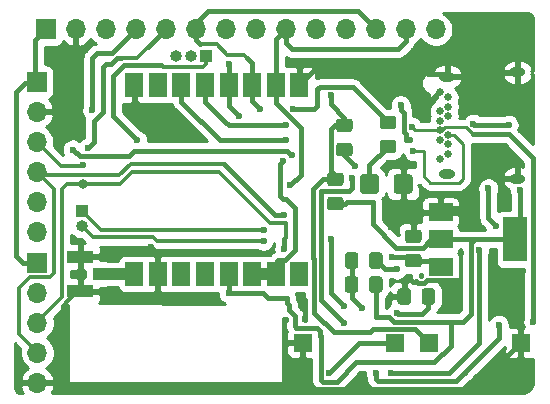
<source format=gbr>
%TF.GenerationSoftware,KiCad,Pcbnew,(5.1.6)-1*%
%TF.CreationDate,2020-08-27T20:14:33+02:00*%
%TF.ProjectId,ESP32_TFT_Board,45535033-325f-4544-9654-5f426f617264,rev?*%
%TF.SameCoordinates,Original*%
%TF.FileFunction,Copper,L1,Top*%
%TF.FilePolarity,Positive*%
%FSLAX46Y46*%
G04 Gerber Fmt 4.6, Leading zero omitted, Abs format (unit mm)*
G04 Created by KiCad (PCBNEW (5.1.6)-1) date 2020-08-27 20:14:33*
%MOMM*%
%LPD*%
G01*
G04 APERTURE LIST*
%TA.AperFunction,ComponentPad*%
%ADD10O,1.000000X1.000000*%
%TD*%
%TA.AperFunction,ComponentPad*%
%ADD11R,1.000000X1.000000*%
%TD*%
%TA.AperFunction,ComponentPad*%
%ADD12O,1.700000X1.700000*%
%TD*%
%TA.AperFunction,ComponentPad*%
%ADD13R,1.700000X1.700000*%
%TD*%
%TA.AperFunction,SMDPad,CuDef*%
%ADD14R,1.500000X1.500000*%
%TD*%
%TA.AperFunction,SMDPad,CuDef*%
%ADD15R,1.500000X2.000000*%
%TD*%
%TA.AperFunction,SMDPad,CuDef*%
%ADD16R,2.000000X1.500000*%
%TD*%
%TA.AperFunction,SMDPad,CuDef*%
%ADD17R,2.000000X3.800000*%
%TD*%
%TA.AperFunction,SMDPad,CuDef*%
%ADD18R,1.100000X1.050000*%
%TD*%
%TA.AperFunction,SMDPad,CuDef*%
%ADD19R,2.250000X1.100000*%
%TD*%
%TA.AperFunction,ComponentPad*%
%ADD20C,0.650000*%
%TD*%
%TA.AperFunction,ComponentPad*%
%ADD21O,1.400000X0.800000*%
%TD*%
%TA.AperFunction,ViaPad*%
%ADD22C,0.600000*%
%TD*%
%TA.AperFunction,ViaPad*%
%ADD23C,0.800000*%
%TD*%
%TA.AperFunction,Conductor*%
%ADD24C,0.400000*%
%TD*%
%TA.AperFunction,Conductor*%
%ADD25C,0.350000*%
%TD*%
%TA.AperFunction,Conductor*%
%ADD26C,0.250000*%
%TD*%
%TA.AperFunction,Conductor*%
%ADD27C,1.000000*%
%TD*%
%TA.AperFunction,Conductor*%
%ADD28C,0.254000*%
%TD*%
G04 APERTURE END LIST*
D10*
%TO.P,J7,2*%
%TO.N,RXD*%
X93446600Y-76428600D03*
D11*
%TO.P,J7,1*%
%TO.N,TXD*%
X93446600Y-75158600D03*
%TD*%
D12*
%TO.P,J5,5*%
%TO.N,GND*%
X89715340Y-89733120D03*
%TO.P,J5,4*%
%TO.N,ESP_SDA*%
X89715340Y-87193120D03*
%TO.P,J5,3*%
%TO.N,ESP_SCL*%
X89715340Y-84653120D03*
%TO.P,J5,2*%
%TO.N,GND*%
X89715340Y-82113120D03*
D13*
%TO.P,J5,1*%
%TO.N,+3V3*%
X89715340Y-79573120D03*
%TD*%
D12*
%TO.P,J4,6*%
%TO.N,IO5*%
X89662000Y-76962000D03*
%TO.P,J4,5*%
%TO.N,IO27*%
X89662000Y-74422000D03*
%TO.P,J4,4*%
%TO.N,ESP_SDA*%
X89662000Y-71882000D03*
%TO.P,J4,3*%
%TO.N,ESP_SCL*%
X89662000Y-69342000D03*
%TO.P,J4,2*%
%TO.N,GND*%
X89662000Y-66802000D03*
D13*
%TO.P,J4,1*%
%TO.N,+3V3*%
X89662000Y-64262000D03*
%TD*%
D10*
%TO.P,J6,3*%
%TO.N,+3V3*%
X101473000Y-62103000D03*
%TO.P,J6,2*%
%TO.N,LED*%
X102743000Y-62103000D03*
D11*
%TO.P,J6,1*%
%TO.N,TFT_LED*%
X104013000Y-62103000D03*
%TD*%
%TO.P,R6,2*%
%TO.N,FLASH*%
%TA.AperFunction,SMDPad,CuDef*%
G36*
G01*
X116147001Y-68511000D02*
X115246999Y-68511000D01*
G75*
G02*
X114997000Y-68261001I0J249999D01*
G01*
X114997000Y-67610999D01*
G75*
G02*
X115246999Y-67361000I249999J0D01*
G01*
X116147001Y-67361000D01*
G75*
G02*
X116397000Y-67610999I0J-249999D01*
G01*
X116397000Y-68261001D01*
G75*
G02*
X116147001Y-68511000I-249999J0D01*
G01*
G37*
%TD.AperFunction*%
%TO.P,R6,1*%
%TO.N,Net-(Q2-Pad3)*%
%TA.AperFunction,SMDPad,CuDef*%
G36*
G01*
X116147001Y-70561000D02*
X115246999Y-70561000D01*
G75*
G02*
X114997000Y-70311001I0J249999D01*
G01*
X114997000Y-69660999D01*
G75*
G02*
X115246999Y-69411000I249999J0D01*
G01*
X116147001Y-69411000D01*
G75*
G02*
X116397000Y-69660999I0J-249999D01*
G01*
X116397000Y-70311001D01*
G75*
G02*
X116147001Y-70561000I-249999J0D01*
G01*
G37*
%TD.AperFunction*%
%TD*%
D14*
%TO.P,SW2,2*%
%TO.N,GND*%
X130646000Y-86360000D03*
%TO.P,SW2,1*%
%TO.N,FLASH*%
X122846000Y-86360000D03*
%TD*%
%TO.P,SW1,2*%
%TO.N,RST*%
X119978000Y-86360000D03*
%TO.P,SW1,1*%
%TO.N,GND*%
X112178000Y-86360000D03*
%TD*%
D15*
%TO.P,U4,1*%
%TO.N,GND*%
X111902000Y-64517000D03*
%TO.P,U4,2*%
%TO.N,ESP_MISO*%
X109902000Y-64517000D03*
%TO.P,U4,3*%
%TO.N,ESP_MOSI*%
X107902000Y-64517000D03*
%TO.P,U4,4*%
%TO.N,ESP_SCK*%
X105902000Y-64517000D03*
%TO.P,U4,5*%
%TO.N,LoRa_NSS*%
X103902000Y-64517000D03*
%TO.P,U4,6*%
%TO.N,LoRa_RST*%
X101902000Y-64517000D03*
%TO.P,U4,7*%
%TO.N,Net-(U4-Pad7)*%
X99902000Y-64517000D03*
%TO.P,U4,8*%
%TO.N,GND*%
X97902000Y-64517000D03*
%TO.P,U4,9*%
%TO.N,Net-(J2-Pad3)*%
X97902000Y-80517000D03*
%TO.P,U4,10*%
%TO.N,GND*%
X99902000Y-80517000D03*
%TO.P,U4,11*%
%TO.N,Net-(U4-Pad11)*%
X101902000Y-80517000D03*
%TO.P,U4,12*%
%TO.N,Net-(U4-Pad12)*%
X103902000Y-80517000D03*
%TO.P,U4,13*%
%TO.N,+3V3*%
X105902000Y-80517000D03*
%TO.P,U4,14*%
%TO.N,LoRa_INT*%
X107902000Y-80517000D03*
%TO.P,U4,15*%
X109902000Y-80517000D03*
%TO.P,U4,16*%
%TO.N,Net-(U4-Pad16)*%
X111902000Y-80517000D03*
%TD*%
D16*
%TO.P,U1,1*%
%TO.N,GND*%
X123850000Y-75297000D03*
%TO.P,U1,3*%
%TO.N,Net-(C4-Pad1)*%
X123850000Y-79897000D03*
%TO.P,U1,2*%
%TO.N,+3V3*%
X123850000Y-77597000D03*
D17*
X130150000Y-77597000D03*
%TD*%
%TO.P,R10,2*%
%TO.N,Net-(R10-Pad2)*%
%TA.AperFunction,SMDPad,CuDef*%
G36*
G01*
X119830001Y-68257000D02*
X118929999Y-68257000D01*
G75*
G02*
X118680000Y-68007001I0J249999D01*
G01*
X118680000Y-67356999D01*
G75*
G02*
X118929999Y-67107000I249999J0D01*
G01*
X119830001Y-67107000D01*
G75*
G02*
X120080000Y-67356999I0J-249999D01*
G01*
X120080000Y-68007001D01*
G75*
G02*
X119830001Y-68257000I-249999J0D01*
G01*
G37*
%TD.AperFunction*%
%TO.P,R10,1*%
%TO.N,Net-(D2-Pad2)*%
%TA.AperFunction,SMDPad,CuDef*%
G36*
G01*
X119830001Y-70307000D02*
X118929999Y-70307000D01*
G75*
G02*
X118680000Y-70057001I0J249999D01*
G01*
X118680000Y-69406999D01*
G75*
G02*
X118929999Y-69157000I249999J0D01*
G01*
X119830001Y-69157000D01*
G75*
G02*
X120080000Y-69406999I0J-249999D01*
G01*
X120080000Y-70057001D01*
G75*
G02*
X119830001Y-70307000I-249999J0D01*
G01*
G37*
%TD.AperFunction*%
%TD*%
%TO.P,R8,2*%
%TO.N,FLASH*%
%TA.AperFunction,SMDPad,CuDef*%
G36*
G01*
X115385001Y-73083000D02*
X114484999Y-73083000D01*
G75*
G02*
X114235000Y-72833001I0J249999D01*
G01*
X114235000Y-72182999D01*
G75*
G02*
X114484999Y-71933000I249999J0D01*
G01*
X115385001Y-71933000D01*
G75*
G02*
X115635000Y-72182999I0J-249999D01*
G01*
X115635000Y-72833001D01*
G75*
G02*
X115385001Y-73083000I-249999J0D01*
G01*
G37*
%TD.AperFunction*%
%TO.P,R8,1*%
%TO.N,+3V3*%
%TA.AperFunction,SMDPad,CuDef*%
G36*
G01*
X115385001Y-75133000D02*
X114484999Y-75133000D01*
G75*
G02*
X114235000Y-74883001I0J249999D01*
G01*
X114235000Y-74232999D01*
G75*
G02*
X114484999Y-73983000I249999J0D01*
G01*
X115385001Y-73983000D01*
G75*
G02*
X115635000Y-74232999I0J-249999D01*
G01*
X115635000Y-74883001D01*
G75*
G02*
X115385001Y-75133000I-249999J0D01*
G01*
G37*
%TD.AperFunction*%
%TD*%
%TO.P,R7,2*%
%TO.N,RST*%
%TA.AperFunction,SMDPad,CuDef*%
G36*
G01*
X116889000Y-80956999D02*
X116889000Y-81857001D01*
G75*
G02*
X116639001Y-82107000I-249999J0D01*
G01*
X115988999Y-82107000D01*
G75*
G02*
X115739000Y-81857001I0J249999D01*
G01*
X115739000Y-80956999D01*
G75*
G02*
X115988999Y-80707000I249999J0D01*
G01*
X116639001Y-80707000D01*
G75*
G02*
X116889000Y-80956999I0J-249999D01*
G01*
G37*
%TD.AperFunction*%
%TO.P,R7,1*%
%TO.N,+3V3*%
%TA.AperFunction,SMDPad,CuDef*%
G36*
G01*
X118939000Y-80956999D02*
X118939000Y-81857001D01*
G75*
G02*
X118689001Y-82107000I-249999J0D01*
G01*
X118038999Y-82107000D01*
G75*
G02*
X117789000Y-81857001I0J249999D01*
G01*
X117789000Y-80956999D01*
G75*
G02*
X118038999Y-80707000I249999J0D01*
G01*
X118689001Y-80707000D01*
G75*
G02*
X118939000Y-80956999I0J-249999D01*
G01*
G37*
%TD.AperFunction*%
%TD*%
%TO.P,R5,2*%
%TO.N,Net-(Q1-Pad3)*%
%TA.AperFunction,SMDPad,CuDef*%
G36*
G01*
X117798000Y-79825001D02*
X117798000Y-78924999D01*
G75*
G02*
X118047999Y-78675000I249999J0D01*
G01*
X118698001Y-78675000D01*
G75*
G02*
X118948000Y-78924999I0J-249999D01*
G01*
X118948000Y-79825001D01*
G75*
G02*
X118698001Y-80075000I-249999J0D01*
G01*
X118047999Y-80075000D01*
G75*
G02*
X117798000Y-79825001I0J249999D01*
G01*
G37*
%TD.AperFunction*%
%TO.P,R5,1*%
%TO.N,RST*%
%TA.AperFunction,SMDPad,CuDef*%
G36*
G01*
X115748000Y-79825001D02*
X115748000Y-78924999D01*
G75*
G02*
X115997999Y-78675000I249999J0D01*
G01*
X116648001Y-78675000D01*
G75*
G02*
X116898000Y-78924999I0J-249999D01*
G01*
X116898000Y-79825001D01*
G75*
G02*
X116648001Y-80075000I-249999J0D01*
G01*
X115997999Y-80075000D01*
G75*
G02*
X115748000Y-79825001I0J249999D01*
G01*
G37*
%TD.AperFunction*%
%TD*%
D13*
%TO.P,J3,1*%
%TO.N,+3V3*%
X90424000Y-59817000D03*
D12*
%TO.P,J3,2*%
%TO.N,GND*%
X92964000Y-59817000D03*
%TO.P,J3,3*%
%TO.N,TFT_CS*%
X95504000Y-59817000D03*
%TO.P,J3,4*%
%TO.N,TFT_RESET*%
X98044000Y-59817000D03*
%TO.P,J3,5*%
%TO.N,TFT_DC*%
X100584000Y-59817000D03*
%TO.P,J3,6*%
%TO.N,ESP_MOSI*%
X103124000Y-59817000D03*
%TO.P,J3,7*%
%TO.N,ESP_SCK*%
X105664000Y-59817000D03*
%TO.P,J3,8*%
%TO.N,LED*%
X108204000Y-59817000D03*
%TO.P,J3,9*%
%TO.N,ESP_MISO*%
X110744000Y-59817000D03*
%TO.P,J3,10*%
%TO.N,ESP_SCK*%
X113284000Y-59817000D03*
%TO.P,J3,11*%
%TO.N,TOUCH_CS*%
X115824000Y-59817000D03*
%TO.P,J3,12*%
%TO.N,ESP_MOSI*%
X118364000Y-59817000D03*
%TO.P,J3,13*%
%TO.N,ESP_MISO*%
X120904000Y-59817000D03*
%TO.P,J3,14*%
%TO.N,Net-(J3-Pad14)*%
X123444000Y-59817000D03*
%TD*%
D18*
%TO.P,J2,3*%
%TO.N,Net-(J2-Pad3)*%
X94895000Y-80518000D03*
D19*
%TO.P,J2,2*%
%TO.N,GND*%
X93345000Y-79043000D03*
%TO.P,J2,1*%
X93345000Y-81993000D03*
%TD*%
D20*
%TO.P,J1,B11*%
%TO.N,Net-(J1-PadB11)*%
X124498000Y-65545000D03*
%TO.P,J1,B10*%
%TO.N,Net-(J1-PadB10)*%
X124498000Y-66345000D03*
%TO.P,J1,B8*%
%TO.N,Net-(J1-PadB8)*%
X124498000Y-67145000D03*
%TO.P,J1,B5*%
%TO.N,Net-(J1-PadB5)*%
X124498000Y-68745000D03*
%TO.P,J1,B3*%
%TO.N,Net-(J1-PadB3)*%
X124498000Y-69545000D03*
%TO.P,J1,B2*%
%TO.N,Net-(J1-PadB2)*%
X124498000Y-70345000D03*
%TO.P,J1,B12*%
%TO.N,GND*%
X123798000Y-65145000D03*
%TO.P,J1,B9*%
%TO.N,VBUS*%
X123798000Y-66745000D03*
%TO.P,J1,B7*%
%TO.N,D-*%
X123798000Y-67545000D03*
%TO.P,J1,B6*%
%TO.N,D+*%
X123798000Y-68345000D03*
%TO.P,J1,B4*%
%TO.N,VBUS*%
X123798000Y-69145000D03*
%TO.P,J1,B1*%
%TO.N,GND*%
X123798000Y-70745000D03*
D21*
%TO.P,J1,S1*%
X130348000Y-63455000D03*
X130348000Y-72435000D03*
X124398000Y-72075000D03*
X124398000Y-63815000D03*
%TD*%
%TO.P,D2,2*%
%TO.N,Net-(D2-Pad2)*%
%TA.AperFunction,SMDPad,CuDef*%
G36*
G01*
X118628000Y-72323000D02*
X118628000Y-73473000D01*
G75*
G02*
X118378000Y-73723000I-250000J0D01*
G01*
X117278000Y-73723000D01*
G75*
G02*
X117028000Y-73473000I0J250000D01*
G01*
X117028000Y-72323000D01*
G75*
G02*
X117278000Y-72073000I250000J0D01*
G01*
X118378000Y-72073000D01*
G75*
G02*
X118628000Y-72323000I0J-250000D01*
G01*
G37*
%TD.AperFunction*%
%TO.P,D2,1*%
%TO.N,GND*%
%TA.AperFunction,SMDPad,CuDef*%
G36*
G01*
X121478000Y-72323000D02*
X121478000Y-73473000D01*
G75*
G02*
X121228000Y-73723000I-250000J0D01*
G01*
X120128000Y-73723000D01*
G75*
G02*
X119878000Y-73473000I0J250000D01*
G01*
X119878000Y-72323000D01*
G75*
G02*
X120128000Y-72073000I250000J0D01*
G01*
X121228000Y-72073000D01*
G75*
G02*
X121478000Y-72323000I0J-250000D01*
G01*
G37*
%TD.AperFunction*%
%TD*%
%TO.P,C4,2*%
%TO.N,GND*%
%TA.AperFunction,SMDPad,CuDef*%
G36*
G01*
X121989001Y-77909000D02*
X121088999Y-77909000D01*
G75*
G02*
X120839000Y-77659001I0J249999D01*
G01*
X120839000Y-77008999D01*
G75*
G02*
X121088999Y-76759000I249999J0D01*
G01*
X121989001Y-76759000D01*
G75*
G02*
X122239000Y-77008999I0J-249999D01*
G01*
X122239000Y-77659001D01*
G75*
G02*
X121989001Y-77909000I-249999J0D01*
G01*
G37*
%TD.AperFunction*%
%TO.P,C4,1*%
%TO.N,Net-(C4-Pad1)*%
%TA.AperFunction,SMDPad,CuDef*%
G36*
G01*
X121989001Y-79959000D02*
X121088999Y-79959000D01*
G75*
G02*
X120839000Y-79709001I0J249999D01*
G01*
X120839000Y-79058999D01*
G75*
G02*
X121088999Y-78809000I249999J0D01*
G01*
X121989001Y-78809000D01*
G75*
G02*
X122239000Y-79058999I0J-249999D01*
G01*
X122239000Y-79709001D01*
G75*
G02*
X121989001Y-79959000I-249999J0D01*
G01*
G37*
%TD.AperFunction*%
%TD*%
%TO.P,C1,2*%
%TO.N,GND*%
%TA.AperFunction,SMDPad,CuDef*%
G36*
G01*
X121343000Y-81972999D02*
X121343000Y-82873001D01*
G75*
G02*
X121093001Y-83123000I-249999J0D01*
G01*
X120442999Y-83123000D01*
G75*
G02*
X120193000Y-82873001I0J249999D01*
G01*
X120193000Y-81972999D01*
G75*
G02*
X120442999Y-81723000I249999J0D01*
G01*
X121093001Y-81723000D01*
G75*
G02*
X121343000Y-81972999I0J-249999D01*
G01*
G37*
%TD.AperFunction*%
%TO.P,C1,1*%
%TO.N,Net-(C1-Pad1)*%
%TA.AperFunction,SMDPad,CuDef*%
G36*
G01*
X123393000Y-81972999D02*
X123393000Y-82873001D01*
G75*
G02*
X123143001Y-83123000I-249999J0D01*
G01*
X122492999Y-83123000D01*
G75*
G02*
X122243000Y-82873001I0J249999D01*
G01*
X122243000Y-81972999D01*
G75*
G02*
X122492999Y-81723000I249999J0D01*
G01*
X123143001Y-81723000D01*
G75*
G02*
X123393000Y-81972999I0J-249999D01*
G01*
G37*
%TD.AperFunction*%
%TD*%
D22*
%TO.N,GND*%
X110744000Y-84455000D03*
X125730000Y-74930000D03*
X98679000Y-66548000D03*
X99314000Y-78232000D03*
X120777000Y-71247000D03*
X125603000Y-78740000D03*
X119634000Y-76581000D03*
X112395000Y-82804000D03*
X112395000Y-84328000D03*
X130810000Y-80264000D03*
X91861640Y-84503260D03*
%TO.N,Net-(C1-Pad1)*%
X120142000Y-83820000D03*
%TO.N,Net-(C4-Pad1)*%
X119761000Y-79121000D03*
%TO.N,+3V3*%
X130556000Y-73406000D03*
X105918000Y-82169000D03*
%TO.N,VBUS*%
X120468000Y-66222000D03*
X121285000Y-69215000D03*
X116332000Y-72390000D03*
X115697000Y-84709000D03*
%TO.N,Net-(J1-PadB5)*%
X121539000Y-70104000D03*
%TO.N,D-*%
X126619000Y-67818000D03*
X129603500Y-67881500D03*
%TO.N,D+*%
X121412000Y-68072000D03*
X131699000Y-84582000D03*
%TO.N,ESP_MISO*%
X111126330Y-73023670D03*
%TO.N,ESP_MOSI*%
X108585000Y-66548000D03*
%TO.N,ESP_SCK*%
X105918000Y-62738000D03*
X106807000Y-67183000D03*
%TO.N,TFT_LED*%
X98171000Y-69215000D03*
%TO.N,TFT_DC*%
X93980000Y-69850000D03*
%TO.N,TFT_RESET*%
X94361000Y-66675000D03*
%TO.N,ESP_SCL*%
X110617000Y-78380000D03*
D23*
X93573600Y-72898000D03*
D22*
X93573600Y-71323200D03*
%TO.N,ESP_SDA*%
X110617000Y-75565000D03*
%TO.N,Net-(Q1-Pad3)*%
X120142000Y-80137000D03*
%TO.N,Net-(Q1-Pad2)*%
X128778000Y-84836000D03*
X118364000Y-88900000D03*
%TO.N,Net-(Q2-Pad3)*%
X116586000Y-71374000D03*
X127889000Y-73279000D03*
X128524000Y-76454000D03*
%TO.N,Net-(Q2-Pad2)*%
X127127000Y-78486000D03*
X119634000Y-88900000D03*
%TO.N,RST*%
X114427000Y-88900000D03*
X117221000Y-83439000D03*
%TO.N,FLASH*%
X114554000Y-65405000D03*
%TO.N,Net-(R10-Pad2)*%
X111379000Y-66548000D03*
%TO.N,RXD*%
X108870799Y-77704999D03*
%TO.N,TXD*%
X114554000Y-77597000D03*
X115633500Y-83248500D03*
X108864400Y-76835000D03*
%TO.N,LoRa_NSS*%
X110744000Y-67945000D03*
%TO.N,LoRa_RST*%
X110744000Y-69215000D03*
%TO.N,LoRa_INT*%
X110490000Y-70993000D03*
%TO.N,IO5*%
X111252000Y-70482700D03*
X92710000Y-69980002D03*
%TD*%
D24*
%TO.N,*%
X122174000Y-80645000D02*
X122174000Y-80691002D01*
%TO.N,GND*%
X124598000Y-74930000D02*
X124231000Y-75297000D01*
X125730000Y-74930000D02*
X124598000Y-74930000D01*
X92964000Y-59817000D02*
X92964000Y-63500000D01*
X93345000Y-81993000D02*
X93345000Y-79043000D01*
X99902000Y-80517000D02*
X99902000Y-78820000D01*
X99902000Y-78820000D02*
X99314000Y-78232000D01*
X99314000Y-78232000D02*
X99314000Y-78232000D01*
X97902000Y-64517000D02*
X97902000Y-65771000D01*
X97902000Y-65771000D02*
X98679000Y-66548000D01*
X98679000Y-66548000D02*
X98679000Y-66548000D01*
X111902000Y-64517000D02*
X113427000Y-62992000D01*
X124202999Y-63619999D02*
X124398000Y-63815000D01*
X122801999Y-63619999D02*
X124202999Y-63619999D01*
X122174000Y-62992000D02*
X122801999Y-63619999D01*
X113427000Y-62992000D02*
X122174000Y-62992000D01*
X125170001Y-81047001D02*
X122682000Y-81047001D01*
X122422532Y-81291012D02*
X121925468Y-81291012D01*
X122682000Y-81047001D02*
X122666543Y-81047001D01*
X122666543Y-81047001D02*
X122422532Y-81291012D01*
X121925468Y-81291012D02*
X121790228Y-81155772D01*
X121790228Y-81155772D02*
X121726728Y-81092272D01*
X121790228Y-81155772D02*
X121541772Y-81155772D01*
X121541772Y-81155772D02*
X121158000Y-80772000D01*
X112395000Y-82804000D02*
X112395000Y-84201000D01*
X112395000Y-84201000D02*
X112395000Y-84328000D01*
X112395000Y-84328000D02*
X112395000Y-84455000D01*
X130646000Y-86360000D02*
X130556000Y-86360000D01*
X126653990Y-90262010D02*
X113249010Y-90262010D01*
X130556000Y-86360000D02*
X126653990Y-90262010D01*
X113249010Y-90262010D02*
X111633000Y-88646000D01*
X130646000Y-80428000D02*
X130810000Y-80264000D01*
X130646000Y-86360000D02*
X130646000Y-80428000D01*
D25*
X91861640Y-83185514D02*
X91861640Y-84503260D01*
X93054154Y-81993000D02*
X91861640Y-83185514D01*
X93345000Y-81993000D02*
X93054154Y-81993000D01*
X89715340Y-89733120D02*
X91267280Y-89733120D01*
X91267280Y-89733120D02*
X91998800Y-89001600D01*
D24*
%TO.N,Net-(C1-Pad1)*%
X122818000Y-82423000D02*
X122818000Y-83430000D01*
X122818000Y-83430000D02*
X122301000Y-83947000D01*
X120269000Y-83947000D02*
X120142000Y-83820000D01*
X122301000Y-83947000D02*
X120269000Y-83947000D01*
%TO.N,Net-(C4-Pad1)*%
X121421000Y-79502000D02*
X121539000Y-79384000D01*
X123718000Y-79384000D02*
X124231000Y-79897000D01*
X121539000Y-79384000D02*
X123718000Y-79384000D01*
X121539000Y-79384000D02*
X121539000Y-79248000D01*
X121412000Y-79121000D02*
X119761000Y-79121000D01*
X121539000Y-79248000D02*
X121412000Y-79121000D01*
%TO.N,+3V3*%
X123981000Y-77597000D02*
X124231000Y-77597000D01*
X124231000Y-77597000D02*
X126111000Y-77597000D01*
X118364000Y-81407000D02*
X118364000Y-83693000D01*
X130556000Y-74422000D02*
X130556000Y-73406000D01*
X130531000Y-74447000D02*
X130556000Y-74422000D01*
X130531000Y-77597000D02*
X130531000Y-74447000D01*
X118364000Y-84201000D02*
X118364000Y-83693000D01*
X118364000Y-84201000D02*
X119486998Y-84201000D01*
X119888000Y-84602002D02*
X124693998Y-84602002D01*
X119486998Y-84201000D02*
X119888000Y-84602002D01*
X89535000Y-60706000D02*
X90424000Y-59817000D01*
X89535000Y-64389000D02*
X89535000Y-60706000D01*
X123496256Y-77597000D02*
X123850000Y-77597000D01*
X114935000Y-74558000D02*
X114935000Y-74803000D01*
X105902000Y-82153000D02*
X105918000Y-82169000D01*
X105902000Y-80517000D02*
X105902000Y-82153000D01*
X108839000Y-82169000D02*
X105918000Y-82169000D01*
X109220000Y-82550000D02*
X108839000Y-82169000D01*
X124693998Y-86634002D02*
X123317000Y-88011000D01*
X123317000Y-88011000D02*
X116713000Y-88011000D01*
X113726999Y-89469999D02*
X113726999Y-85790001D01*
X113665000Y-85728002D02*
X113665000Y-85344000D01*
X115062000Y-89662000D02*
X113919000Y-89662000D01*
X124693998Y-84602002D02*
X124693998Y-86634002D01*
X113919000Y-89662000D02*
X113726999Y-89469999D01*
X116713000Y-88011000D02*
X115062000Y-89662000D01*
X113726999Y-85790001D02*
X113665000Y-85728002D01*
X110871000Y-82550000D02*
X109220000Y-82550000D01*
X89535000Y-79629000D02*
X88519000Y-79629000D01*
X88519000Y-79629000D02*
X87884000Y-78994000D01*
X87884000Y-78994000D02*
X87884000Y-65151000D01*
X88646000Y-64389000D02*
X89535000Y-64389000D01*
X87884000Y-65151000D02*
X88646000Y-64389000D01*
X124693998Y-84602002D02*
X125709998Y-84602002D01*
X125709998Y-84602002D02*
X126426999Y-83885001D01*
X126111000Y-77597000D02*
X126746000Y-77597000D01*
X126426999Y-77916001D02*
X126746000Y-77597000D01*
X126426999Y-83885001D02*
X126426999Y-77916001D01*
X126746000Y-77597000D02*
X130531000Y-77597000D01*
X115772980Y-74558000D02*
X114935000Y-74558000D01*
X115908980Y-74422000D02*
X115772980Y-74558000D01*
X122350990Y-78309010D02*
X120092010Y-78309010D01*
X123850000Y-77597000D02*
X123063000Y-77597000D01*
X123063000Y-77597000D02*
X122350990Y-78309010D01*
X118110000Y-76327000D02*
X118110000Y-74422000D01*
X120092010Y-78309010D02*
X118110000Y-76327000D01*
X118110000Y-74422000D02*
X115908980Y-74422000D01*
X110871000Y-83000298D02*
X110998000Y-83127298D01*
X110871000Y-82550000D02*
X110871000Y-83000298D01*
X110998000Y-83127298D02*
X110998000Y-83566000D01*
X110998000Y-83566000D02*
X111506000Y-84074000D01*
X111506000Y-84074000D02*
X111506000Y-84963000D01*
X111506000Y-84963000D02*
X111633000Y-85090000D01*
X113411000Y-85090000D02*
X113665000Y-85344000D01*
X111633000Y-85090000D02*
X113411000Y-85090000D01*
%TO.N,VBUS*%
X120468000Y-66222000D02*
X120480010Y-66234010D01*
X120904000Y-69215000D02*
X121285000Y-69215000D01*
X121285000Y-69215000D02*
X121285000Y-69215000D01*
X116332000Y-72390000D02*
X116332000Y-73279000D01*
X116127990Y-73483010D02*
X113742010Y-73483010D01*
X116332000Y-73279000D02*
X116127990Y-73483010D01*
X113742010Y-73483010D02*
X113742010Y-82754010D01*
X113742010Y-82754010D02*
X115697000Y-84709000D01*
X115697000Y-84709000D02*
X115697000Y-84709000D01*
X120468000Y-66222000D02*
X120468000Y-66620000D01*
X120711999Y-66863999D02*
X120711999Y-68514999D01*
X120468000Y-66620000D02*
X120711999Y-66863999D01*
X120904000Y-68707000D02*
X120904000Y-69215000D01*
X120711999Y-68514999D02*
X120904000Y-68707000D01*
%TO.N,Net-(D2-Pad2)*%
X117828000Y-71284000D02*
X119380000Y-69732000D01*
X117828000Y-72898000D02*
X117828000Y-71284000D01*
D26*
%TO.N,Net-(J1-PadB5)*%
X124957619Y-68745000D02*
X125730000Y-69517381D01*
X124498000Y-68745000D02*
X124957619Y-68745000D01*
X125730000Y-69517381D02*
X125730000Y-72517000D01*
X125446990Y-72800010D02*
X122965010Y-72800010D01*
X125730000Y-72517000D02*
X125446990Y-72800010D01*
X122965010Y-72800010D02*
X122428000Y-72263000D01*
X122428000Y-72263000D02*
X122428000Y-70104000D01*
X122428000Y-70104000D02*
X121539000Y-70104000D01*
X121539000Y-70104000D02*
X121539000Y-70104000D01*
D24*
%TO.N,D-*%
X126682500Y-67881500D02*
X126619000Y-67818000D01*
X129603500Y-67881500D02*
X126682500Y-67881500D01*
D26*
%TO.N,D+*%
X121685000Y-68345000D02*
X121412000Y-68072000D01*
X123798000Y-68345000D02*
X121685000Y-68345000D01*
X123798000Y-68345000D02*
X123935998Y-68345000D01*
X124185999Y-68094999D02*
X126006999Y-68094999D01*
X123935998Y-68345000D02*
X124185999Y-68094999D01*
X126006999Y-68094999D02*
X126619000Y-68707000D01*
X126619000Y-68707000D02*
X126619000Y-68707000D01*
D24*
X126619000Y-68707000D02*
X129032000Y-68707000D01*
X129667000Y-68707000D02*
X131699000Y-70739000D01*
X129032000Y-68707000D02*
X129667000Y-68707000D01*
X131699000Y-70739000D02*
X131699000Y-81407000D01*
X131699000Y-81407000D02*
X131699000Y-84582000D01*
X131699000Y-84582000D02*
X131699000Y-84582000D01*
D27*
%TO.N,Net-(J2-Pad3)*%
X94896000Y-80517000D02*
X94895000Y-80518000D01*
X97902000Y-80517000D02*
X94896000Y-80517000D01*
D24*
%TO.N,ESP_MISO*%
X109902000Y-60659000D02*
X110744000Y-59817000D01*
X109902000Y-64517000D02*
X109902000Y-60659000D01*
X111126330Y-73023670D02*
X112014000Y-72136000D01*
X109902000Y-66066998D02*
X109902000Y-64517000D01*
X112014000Y-68178998D02*
X109902000Y-66066998D01*
X112014000Y-72136000D02*
X112014000Y-68178998D01*
X110744000Y-59817000D02*
X110744000Y-60960000D01*
X110744000Y-60960000D02*
X111252000Y-61468000D01*
X111252000Y-61468000D02*
X120269000Y-61468000D01*
X120904000Y-60833000D02*
X120904000Y-59817000D01*
X120269000Y-61468000D02*
X120904000Y-60833000D01*
%TO.N,ESP_MOSI*%
X107902000Y-62690000D02*
X107902000Y-64517000D01*
X107442000Y-62230000D02*
X107902000Y-62690000D01*
X103124000Y-59817000D02*
X103124000Y-60706000D01*
X103124000Y-60706000D02*
X103505000Y-61087000D01*
X116840000Y-58293000D02*
X118364000Y-59817000D01*
X104140000Y-58293000D02*
X116840000Y-58293000D01*
X103124000Y-59817000D02*
X103124000Y-59309000D01*
X103124000Y-59309000D02*
X104140000Y-58293000D01*
X107902000Y-64517000D02*
X107902000Y-65865000D01*
X107902000Y-65865000D02*
X108585000Y-66548000D01*
X108585000Y-66548000D02*
X108585000Y-66548000D01*
D25*
X107188000Y-61976000D02*
X107442000Y-62230000D01*
X103505000Y-61087000D02*
X104902000Y-61087000D01*
X105791000Y-61976000D02*
X107188000Y-61976000D01*
X104902000Y-61087000D02*
X105791000Y-61976000D01*
D24*
%TO.N,ESP_SCK*%
X105918000Y-64501000D02*
X105902000Y-64517000D01*
X105918000Y-62738000D02*
X105918000Y-64501000D01*
X105902000Y-66278000D02*
X106807000Y-67183000D01*
X105902000Y-64517000D02*
X105902000Y-66278000D01*
%TO.N,TFT_LED*%
X100203000Y-62865000D02*
X97028000Y-62865000D01*
X97028000Y-62865000D02*
X96139000Y-63754000D01*
X96139000Y-63754000D02*
X96139000Y-67183000D01*
X96139000Y-67183000D02*
X98171000Y-69215000D01*
X98171000Y-69215000D02*
X98171000Y-69215000D01*
D25*
X100316001Y-62978001D02*
X100824001Y-62978001D01*
X100203000Y-62865000D02*
X100316001Y-62978001D01*
X100824001Y-62978001D02*
X100838000Y-62992000D01*
X100838000Y-62992000D02*
X103759000Y-62992000D01*
X104013000Y-62738000D02*
X104013000Y-62103000D01*
X103759000Y-62992000D02*
X104013000Y-62738000D01*
D24*
%TO.N,TFT_DC*%
X100584000Y-59817000D02*
X99060000Y-61341000D01*
X96479542Y-62230000D02*
X95971542Y-62738000D01*
X96774000Y-62230000D02*
X96479542Y-62230000D01*
X95971542Y-62738000D02*
X95504000Y-62738000D01*
X95504000Y-62738000D02*
X95250000Y-62992000D01*
X95250000Y-66822002D02*
X94488000Y-67584002D01*
X95250000Y-62992000D02*
X95250000Y-66822002D01*
X94488000Y-69342000D02*
X93980000Y-69850000D01*
X94488000Y-67584002D02*
X94488000Y-69342000D01*
D25*
X98171000Y-62230000D02*
X99060000Y-61341000D01*
X96774000Y-62230000D02*
X98171000Y-62230000D01*
D24*
%TO.N,TFT_RESET*%
X98044000Y-59817000D02*
X96012000Y-61849000D01*
X96012000Y-61849000D02*
X94742000Y-61849000D01*
X94361000Y-62230000D02*
X94361000Y-66675000D01*
X94742000Y-61849000D02*
X94361000Y-62230000D01*
%TO.N,ESP_SCL*%
X110617000Y-78380000D02*
X110617000Y-77597000D01*
D25*
X93980000Y-72898000D02*
X93980000Y-72898000D01*
X91676220Y-71356220D02*
X89662000Y-69342000D01*
X91683840Y-71348600D02*
X91676220Y-71356220D01*
X93548200Y-71348600D02*
X91683840Y-71348600D01*
X110744000Y-76240001D02*
X110744000Y-77470000D01*
X96665832Y-72898000D02*
X97681832Y-71882000D01*
X93573600Y-72898000D02*
X96665832Y-72898000D01*
X97681832Y-71882000D02*
X105079800Y-71882000D01*
X110744000Y-77470000D02*
X110617000Y-77597000D01*
X105079800Y-71882000D02*
X109437801Y-76240001D01*
X109437801Y-76240001D02*
X110744000Y-76240001D01*
X89662000Y-84582000D02*
X91777820Y-82466180D01*
X92227400Y-72898000D02*
X93573600Y-72898000D01*
X91777820Y-73347580D02*
X92227400Y-72898000D01*
X91777820Y-82466180D02*
X91777820Y-73347580D01*
D24*
%TO.N,ESP_SDA*%
X89662000Y-71882000D02*
X89535000Y-72009000D01*
X110617000Y-75565000D02*
X109855000Y-75565000D01*
X109855000Y-75565000D02*
X105475001Y-71185001D01*
D25*
X96663003Y-72122999D02*
X97601001Y-71185001D01*
X89662000Y-71882000D02*
X89902999Y-72122999D01*
X97601001Y-71185001D02*
X105475001Y-71185001D01*
X89902999Y-72122999D02*
X96663003Y-72122999D01*
X89662000Y-87122000D02*
X88145620Y-85605620D01*
X88145620Y-81745378D02*
X89091058Y-80799940D01*
X88145620Y-85605620D02*
X88145620Y-81745378D01*
X90739062Y-80799940D02*
X91094560Y-80444442D01*
X89091058Y-80799940D02*
X90739062Y-80799940D01*
X91094560Y-73314560D02*
X89662000Y-71882000D01*
X91094560Y-80444442D02*
X91094560Y-73314560D01*
D24*
%TO.N,Net-(Q1-Pad3)*%
X118373000Y-79375000D02*
X118373000Y-79384000D01*
X119135000Y-80137000D02*
X120142000Y-80137000D01*
X118373000Y-79375000D02*
X119135000Y-80137000D01*
%TO.N,Net-(Q1-Pad2)*%
X118556001Y-89600001D02*
X118364000Y-89408000D01*
X125885998Y-88900000D02*
X125857000Y-88900000D01*
X118364000Y-89408000D02*
X118364000Y-88900000D01*
X125857000Y-88900000D02*
X125156999Y-89600001D01*
X125156999Y-89600001D02*
X118556001Y-89600001D01*
X128778000Y-85979000D02*
X128778000Y-84836000D01*
X125857000Y-88900000D02*
X128778000Y-85979000D01*
%TO.N,Net-(Q2-Pad3)*%
X115697000Y-69986000D02*
X115697000Y-70485000D01*
X115697000Y-70485000D02*
X116586000Y-71374000D01*
X116586000Y-71374000D02*
X116586000Y-71374000D01*
X127889000Y-73279000D02*
X127889000Y-75819000D01*
X127889000Y-75819000D02*
X128524000Y-76454000D01*
X128524000Y-76454000D02*
X128524000Y-76454000D01*
%TO.N,Net-(Q2-Pad2)*%
X124587000Y-88900000D02*
X119634000Y-88900000D01*
X127127000Y-86360000D02*
X124587000Y-88900000D01*
X127127000Y-78486000D02*
X127127000Y-86360000D01*
%TO.N,RST*%
X116323000Y-81398000D02*
X116314000Y-81407000D01*
X116323000Y-79375000D02*
X116323000Y-81398000D01*
X116967000Y-86360000D02*
X114427000Y-88900000D01*
X119978000Y-86360000D02*
X116967000Y-86360000D01*
X116314000Y-81407000D02*
X116314000Y-82532000D01*
X116314000Y-82532000D02*
X117221000Y-83439000D01*
X117221000Y-83439000D02*
X117221000Y-83439000D01*
%TO.N,FLASH*%
X115697000Y-67936000D02*
X114944000Y-67936000D01*
X114596990Y-68283010D02*
X114596990Y-71797990D01*
X114944000Y-67936000D02*
X114596990Y-68283010D01*
X115307000Y-72508000D02*
X115443000Y-72508000D01*
X114596990Y-71797990D02*
X115307000Y-72508000D01*
X114554000Y-66167000D02*
X114554000Y-65405000D01*
X115697000Y-67691000D02*
X115697000Y-67310000D01*
X115697000Y-67310000D02*
X114554000Y-66167000D01*
X113868478Y-72508000D02*
X113030000Y-73346478D01*
X113030000Y-79174998D02*
X113142000Y-79286998D01*
X113030000Y-73346478D02*
X113030000Y-79174998D01*
X114935000Y-72508000D02*
X113868478Y-72508000D01*
X121695999Y-85209999D02*
X122846000Y-86360000D01*
X113142000Y-83002542D02*
X113157000Y-83017542D01*
X113142000Y-79286998D02*
X113142000Y-83002542D01*
X114808000Y-85471000D02*
X117856000Y-85471000D01*
X113157000Y-83017542D02*
X113157000Y-83820000D01*
X113157000Y-83820000D02*
X114808000Y-85471000D01*
X117856000Y-85471000D02*
X118117001Y-85209999D01*
X118117001Y-85209999D02*
X121695999Y-85209999D01*
%TO.N,Net-(R10-Pad2)*%
X113411000Y-66294000D02*
X113157000Y-66548000D01*
X113157000Y-66548000D02*
X111379000Y-66548000D01*
X111379000Y-66548000D02*
X111379000Y-66548000D01*
X113411000Y-66294000D02*
X113411000Y-64897000D01*
X116402999Y-64704999D02*
X119380000Y-67682000D01*
X113603001Y-64704999D02*
X116402999Y-64704999D01*
X113411000Y-64897000D02*
X113603001Y-64704999D01*
D25*
%TO.N,RXD*%
X94403010Y-77385010D02*
X93446600Y-76428600D01*
X99508410Y-77385010D02*
X94403010Y-77385010D01*
X99828399Y-77704999D02*
X99508410Y-77385010D01*
X108870799Y-77704999D02*
X99828399Y-77704999D01*
D24*
%TO.N,TXD*%
X114554000Y-82169000D02*
X115633500Y-83248500D01*
X114554000Y-77597000D02*
X114554000Y-82169000D01*
D25*
X95123000Y-76835000D02*
X93446600Y-75158600D01*
X108864400Y-76835000D02*
X95123000Y-76835000D01*
D24*
%TO.N,LoRa_NSS*%
X103902000Y-65917000D02*
X105549000Y-67564000D01*
X103902000Y-64517000D02*
X103902000Y-65917000D01*
X105549000Y-67564000D02*
X105549000Y-67576000D01*
X105549000Y-67576000D02*
X105918000Y-67945000D01*
X105918000Y-67945000D02*
X110744000Y-67945000D01*
X110744000Y-67945000D02*
X110744000Y-67945000D01*
%TO.N,LoRa_RST*%
X101902000Y-65917000D02*
X105200000Y-69215000D01*
X101902000Y-64517000D02*
X101902000Y-65917000D01*
X105200000Y-69215000D02*
X110744000Y-69215000D01*
X110744000Y-69215000D02*
X110744000Y-69215000D01*
%TO.N,LoRa_INT*%
X110490000Y-74168000D02*
X110744000Y-74168000D01*
X110744000Y-74168000D02*
X111506000Y-74930000D01*
X111506000Y-78527002D02*
X110658002Y-79375000D01*
X111506000Y-74930000D02*
X111506000Y-78527002D01*
X110658002Y-79375000D02*
X110109000Y-79375000D01*
X109902000Y-79582000D02*
X109902000Y-80517000D01*
X110109000Y-79375000D02*
X109902000Y-79582000D01*
X110236000Y-73914000D02*
X110490000Y-74168000D01*
X110236000Y-71247000D02*
X110236000Y-73914000D01*
X110490000Y-70993000D02*
X110236000Y-71247000D01*
D27*
X107902000Y-80517000D02*
X109902000Y-80517000D01*
D24*
%TO.N,IO5*%
X111252000Y-70482700D02*
X110873300Y-70104000D01*
X110873300Y-70104000D02*
X97917000Y-70104000D01*
X97470999Y-70550001D02*
X93283001Y-70550001D01*
X97917000Y-70104000D02*
X97470999Y-70550001D01*
X93279999Y-70550001D02*
X92710000Y-69980002D01*
X93283001Y-70550001D02*
X93279999Y-70550001D01*
X92710000Y-69980002D02*
X92710000Y-69980002D01*
%TD*%
D28*
%TO.N,GND*%
G36*
X128511928Y-79497000D02*
G01*
X128524188Y-79621482D01*
X128560498Y-79741180D01*
X128619463Y-79851494D01*
X128698815Y-79948185D01*
X128795506Y-80027537D01*
X128905820Y-80086502D01*
X129025518Y-80122812D01*
X129150000Y-80135072D01*
X130864001Y-80135072D01*
X130864001Y-81365972D01*
X130864000Y-81365982D01*
X130864001Y-84154594D01*
X130799932Y-84309271D01*
X130764000Y-84489911D01*
X130764000Y-84674089D01*
X130799932Y-84854729D01*
X130870414Y-85024889D01*
X130874999Y-85031751D01*
X130773000Y-85133750D01*
X130773000Y-86233000D01*
X130793000Y-86233000D01*
X130793000Y-86487000D01*
X130773000Y-86487000D01*
X130773000Y-87586250D01*
X130931750Y-87745000D01*
X131396000Y-87748072D01*
X131520482Y-87735812D01*
X131640180Y-87699502D01*
X131674001Y-87681424D01*
X131674001Y-89631801D01*
X131653674Y-89839113D01*
X131602240Y-90009472D01*
X131518689Y-90166607D01*
X131406213Y-90304515D01*
X131269094Y-90417950D01*
X131112554Y-90502591D01*
X130942546Y-90555217D01*
X130737195Y-90576800D01*
X90926167Y-90581572D01*
X90986981Y-90500040D01*
X91112165Y-90237219D01*
X91156816Y-90090010D01*
X91035495Y-89860120D01*
X89842340Y-89860120D01*
X89842340Y-89880120D01*
X89588340Y-89880120D01*
X89588340Y-89860120D01*
X88395185Y-89860120D01*
X88273864Y-90090010D01*
X88318515Y-90237219D01*
X88443699Y-90500040D01*
X88504730Y-90581862D01*
X88297239Y-90581887D01*
X88171797Y-90569588D01*
X88082145Y-90542520D01*
X87999456Y-90498553D01*
X87926886Y-90439367D01*
X87867190Y-90367207D01*
X87822646Y-90284825D01*
X87794955Y-90195367D01*
X87782000Y-90072113D01*
X87782000Y-86387512D01*
X88265349Y-86870861D01*
X88230340Y-87046860D01*
X88230340Y-87339380D01*
X88287408Y-87626278D01*
X88399350Y-87896531D01*
X88561865Y-88139752D01*
X88768708Y-88346595D01*
X88950874Y-88468315D01*
X88833985Y-88537942D01*
X88617752Y-88732851D01*
X88443699Y-88966200D01*
X88318515Y-89229021D01*
X88273864Y-89376230D01*
X88395185Y-89606120D01*
X89588340Y-89606120D01*
X89588340Y-89586120D01*
X89842340Y-89586120D01*
X89842340Y-89606120D01*
X91035495Y-89606120D01*
X91156816Y-89376230D01*
X91112165Y-89229021D01*
X90986981Y-88966200D01*
X90812928Y-88732851D01*
X90596695Y-88537942D01*
X90479806Y-88468315D01*
X90661972Y-88346595D01*
X90868815Y-88139752D01*
X91031330Y-87896531D01*
X91143272Y-87626278D01*
X91200340Y-87339380D01*
X91200340Y-87046860D01*
X91143272Y-86759962D01*
X91031330Y-86489709D01*
X90868815Y-86246488D01*
X90661972Y-86039645D01*
X90487580Y-85923120D01*
X90661972Y-85806595D01*
X90868815Y-85599752D01*
X91031330Y-85356531D01*
X91143272Y-85086278D01*
X91200340Y-84799380D01*
X91200340Y-84506860D01*
X91147632Y-84241881D01*
X92209477Y-83180036D01*
X92220000Y-83181072D01*
X92329000Y-83180673D01*
X92329000Y-89598500D01*
X92331353Y-89622835D01*
X92338496Y-89646684D01*
X92350154Y-89668683D01*
X92365880Y-89687984D01*
X92385069Y-89703846D01*
X92406983Y-89715660D01*
X92430782Y-89722971D01*
X92455550Y-89725499D01*
X110362550Y-89788999D01*
X110387776Y-89786560D01*
X110411601Y-89779333D01*
X110433557Y-89767597D01*
X110452803Y-89751803D01*
X110468597Y-89732557D01*
X110480333Y-89710601D01*
X110487560Y-89686776D01*
X110490000Y-89662000D01*
X110490000Y-87110000D01*
X110789928Y-87110000D01*
X110802188Y-87234482D01*
X110838498Y-87354180D01*
X110897463Y-87464494D01*
X110976815Y-87561185D01*
X111073506Y-87640537D01*
X111183820Y-87699502D01*
X111303518Y-87735812D01*
X111428000Y-87748072D01*
X111892250Y-87745000D01*
X112051000Y-87586250D01*
X112051000Y-86487000D01*
X110951750Y-86487000D01*
X110793000Y-86645750D01*
X110789928Y-87110000D01*
X110490000Y-87110000D01*
X110490000Y-84238867D01*
X110671000Y-84419867D01*
X110671000Y-84921982D01*
X110666960Y-84963000D01*
X110683082Y-85126688D01*
X110730828Y-85284086D01*
X110806106Y-85424920D01*
X110808365Y-85429146D01*
X110816340Y-85438864D01*
X110802188Y-85485518D01*
X110789928Y-85610000D01*
X110793000Y-86074250D01*
X110951750Y-86233000D01*
X112051000Y-86233000D01*
X112051000Y-86213000D01*
X112305000Y-86213000D01*
X112305000Y-86233000D01*
X112325000Y-86233000D01*
X112325000Y-86487000D01*
X112305000Y-86487000D01*
X112305000Y-87586250D01*
X112463750Y-87745000D01*
X112891999Y-87747834D01*
X112891999Y-89428980D01*
X112887959Y-89469999D01*
X112891999Y-89511017D01*
X112904081Y-89633687D01*
X112951827Y-89791085D01*
X113029363Y-89936144D01*
X113133708Y-90063290D01*
X113165578Y-90089445D01*
X113299554Y-90223421D01*
X113325709Y-90255291D01*
X113452854Y-90359636D01*
X113597913Y-90437172D01*
X113755311Y-90484918D01*
X113877981Y-90497000D01*
X113877991Y-90497000D01*
X113918999Y-90501039D01*
X113960007Y-90497000D01*
X115020982Y-90497000D01*
X115062000Y-90501040D01*
X115103018Y-90497000D01*
X115103019Y-90497000D01*
X115225689Y-90484918D01*
X115383087Y-90437172D01*
X115528146Y-90359636D01*
X115655291Y-90255291D01*
X115681446Y-90223421D01*
X117058869Y-88846000D01*
X117429000Y-88846000D01*
X117429000Y-88992089D01*
X117464932Y-89172729D01*
X117529000Y-89327404D01*
X117529000Y-89366982D01*
X117524960Y-89408000D01*
X117529000Y-89449018D01*
X117541082Y-89571688D01*
X117588828Y-89729086D01*
X117666364Y-89874145D01*
X117770709Y-90001291D01*
X117802579Y-90027446D01*
X117936555Y-90161422D01*
X117962710Y-90193292D01*
X118089855Y-90297637D01*
X118234914Y-90375173D01*
X118392312Y-90422919D01*
X118514982Y-90435001D01*
X118514992Y-90435001D01*
X118556000Y-90439040D01*
X118597008Y-90435001D01*
X125115981Y-90435001D01*
X125156999Y-90439041D01*
X125198017Y-90435001D01*
X125198018Y-90435001D01*
X125320688Y-90422919D01*
X125478086Y-90375173D01*
X125623145Y-90297637D01*
X125750290Y-90193292D01*
X125776444Y-90161423D01*
X126326555Y-89611314D01*
X126352144Y-89597636D01*
X126479289Y-89493291D01*
X126583634Y-89366146D01*
X126597313Y-89340554D01*
X129260793Y-86677076D01*
X129257928Y-87110000D01*
X129270188Y-87234482D01*
X129306498Y-87354180D01*
X129365463Y-87464494D01*
X129444815Y-87561185D01*
X129541506Y-87640537D01*
X129651820Y-87699502D01*
X129771518Y-87735812D01*
X129896000Y-87748072D01*
X130360250Y-87745000D01*
X130519000Y-87586250D01*
X130519000Y-86487000D01*
X130499000Y-86487000D01*
X130499000Y-86233000D01*
X130519000Y-86233000D01*
X130519000Y-85133750D01*
X130360250Y-84975000D01*
X129896000Y-84971928D01*
X129771518Y-84984188D01*
X129697367Y-85006682D01*
X129713000Y-84928089D01*
X129713000Y-84743911D01*
X129677068Y-84563271D01*
X129606586Y-84393111D01*
X129504262Y-84239972D01*
X129374028Y-84109738D01*
X129220889Y-84007414D01*
X129050729Y-83936932D01*
X128870089Y-83901000D01*
X128685911Y-83901000D01*
X128505271Y-83936932D01*
X128335111Y-84007414D01*
X128181972Y-84109738D01*
X128051738Y-84239972D01*
X127962000Y-84374275D01*
X127962000Y-78913404D01*
X128026068Y-78758729D01*
X128062000Y-78578089D01*
X128062000Y-78432000D01*
X128511928Y-78432000D01*
X128511928Y-79497000D01*
G37*
X128511928Y-79497000D02*
X128524188Y-79621482D01*
X128560498Y-79741180D01*
X128619463Y-79851494D01*
X128698815Y-79948185D01*
X128795506Y-80027537D01*
X128905820Y-80086502D01*
X129025518Y-80122812D01*
X129150000Y-80135072D01*
X130864001Y-80135072D01*
X130864001Y-81365972D01*
X130864000Y-81365982D01*
X130864001Y-84154594D01*
X130799932Y-84309271D01*
X130764000Y-84489911D01*
X130764000Y-84674089D01*
X130799932Y-84854729D01*
X130870414Y-85024889D01*
X130874999Y-85031751D01*
X130773000Y-85133750D01*
X130773000Y-86233000D01*
X130793000Y-86233000D01*
X130793000Y-86487000D01*
X130773000Y-86487000D01*
X130773000Y-87586250D01*
X130931750Y-87745000D01*
X131396000Y-87748072D01*
X131520482Y-87735812D01*
X131640180Y-87699502D01*
X131674001Y-87681424D01*
X131674001Y-89631801D01*
X131653674Y-89839113D01*
X131602240Y-90009472D01*
X131518689Y-90166607D01*
X131406213Y-90304515D01*
X131269094Y-90417950D01*
X131112554Y-90502591D01*
X130942546Y-90555217D01*
X130737195Y-90576800D01*
X90926167Y-90581572D01*
X90986981Y-90500040D01*
X91112165Y-90237219D01*
X91156816Y-90090010D01*
X91035495Y-89860120D01*
X89842340Y-89860120D01*
X89842340Y-89880120D01*
X89588340Y-89880120D01*
X89588340Y-89860120D01*
X88395185Y-89860120D01*
X88273864Y-90090010D01*
X88318515Y-90237219D01*
X88443699Y-90500040D01*
X88504730Y-90581862D01*
X88297239Y-90581887D01*
X88171797Y-90569588D01*
X88082145Y-90542520D01*
X87999456Y-90498553D01*
X87926886Y-90439367D01*
X87867190Y-90367207D01*
X87822646Y-90284825D01*
X87794955Y-90195367D01*
X87782000Y-90072113D01*
X87782000Y-86387512D01*
X88265349Y-86870861D01*
X88230340Y-87046860D01*
X88230340Y-87339380D01*
X88287408Y-87626278D01*
X88399350Y-87896531D01*
X88561865Y-88139752D01*
X88768708Y-88346595D01*
X88950874Y-88468315D01*
X88833985Y-88537942D01*
X88617752Y-88732851D01*
X88443699Y-88966200D01*
X88318515Y-89229021D01*
X88273864Y-89376230D01*
X88395185Y-89606120D01*
X89588340Y-89606120D01*
X89588340Y-89586120D01*
X89842340Y-89586120D01*
X89842340Y-89606120D01*
X91035495Y-89606120D01*
X91156816Y-89376230D01*
X91112165Y-89229021D01*
X90986981Y-88966200D01*
X90812928Y-88732851D01*
X90596695Y-88537942D01*
X90479806Y-88468315D01*
X90661972Y-88346595D01*
X90868815Y-88139752D01*
X91031330Y-87896531D01*
X91143272Y-87626278D01*
X91200340Y-87339380D01*
X91200340Y-87046860D01*
X91143272Y-86759962D01*
X91031330Y-86489709D01*
X90868815Y-86246488D01*
X90661972Y-86039645D01*
X90487580Y-85923120D01*
X90661972Y-85806595D01*
X90868815Y-85599752D01*
X91031330Y-85356531D01*
X91143272Y-85086278D01*
X91200340Y-84799380D01*
X91200340Y-84506860D01*
X91147632Y-84241881D01*
X92209477Y-83180036D01*
X92220000Y-83181072D01*
X92329000Y-83180673D01*
X92329000Y-89598500D01*
X92331353Y-89622835D01*
X92338496Y-89646684D01*
X92350154Y-89668683D01*
X92365880Y-89687984D01*
X92385069Y-89703846D01*
X92406983Y-89715660D01*
X92430782Y-89722971D01*
X92455550Y-89725499D01*
X110362550Y-89788999D01*
X110387776Y-89786560D01*
X110411601Y-89779333D01*
X110433557Y-89767597D01*
X110452803Y-89751803D01*
X110468597Y-89732557D01*
X110480333Y-89710601D01*
X110487560Y-89686776D01*
X110490000Y-89662000D01*
X110490000Y-87110000D01*
X110789928Y-87110000D01*
X110802188Y-87234482D01*
X110838498Y-87354180D01*
X110897463Y-87464494D01*
X110976815Y-87561185D01*
X111073506Y-87640537D01*
X111183820Y-87699502D01*
X111303518Y-87735812D01*
X111428000Y-87748072D01*
X111892250Y-87745000D01*
X112051000Y-87586250D01*
X112051000Y-86487000D01*
X110951750Y-86487000D01*
X110793000Y-86645750D01*
X110789928Y-87110000D01*
X110490000Y-87110000D01*
X110490000Y-84238867D01*
X110671000Y-84419867D01*
X110671000Y-84921982D01*
X110666960Y-84963000D01*
X110683082Y-85126688D01*
X110730828Y-85284086D01*
X110806106Y-85424920D01*
X110808365Y-85429146D01*
X110816340Y-85438864D01*
X110802188Y-85485518D01*
X110789928Y-85610000D01*
X110793000Y-86074250D01*
X110951750Y-86233000D01*
X112051000Y-86233000D01*
X112051000Y-86213000D01*
X112305000Y-86213000D01*
X112305000Y-86233000D01*
X112325000Y-86233000D01*
X112325000Y-86487000D01*
X112305000Y-86487000D01*
X112305000Y-87586250D01*
X112463750Y-87745000D01*
X112891999Y-87747834D01*
X112891999Y-89428980D01*
X112887959Y-89469999D01*
X112891999Y-89511017D01*
X112904081Y-89633687D01*
X112951827Y-89791085D01*
X113029363Y-89936144D01*
X113133708Y-90063290D01*
X113165578Y-90089445D01*
X113299554Y-90223421D01*
X113325709Y-90255291D01*
X113452854Y-90359636D01*
X113597913Y-90437172D01*
X113755311Y-90484918D01*
X113877981Y-90497000D01*
X113877991Y-90497000D01*
X113918999Y-90501039D01*
X113960007Y-90497000D01*
X115020982Y-90497000D01*
X115062000Y-90501040D01*
X115103018Y-90497000D01*
X115103019Y-90497000D01*
X115225689Y-90484918D01*
X115383087Y-90437172D01*
X115528146Y-90359636D01*
X115655291Y-90255291D01*
X115681446Y-90223421D01*
X117058869Y-88846000D01*
X117429000Y-88846000D01*
X117429000Y-88992089D01*
X117464932Y-89172729D01*
X117529000Y-89327404D01*
X117529000Y-89366982D01*
X117524960Y-89408000D01*
X117529000Y-89449018D01*
X117541082Y-89571688D01*
X117588828Y-89729086D01*
X117666364Y-89874145D01*
X117770709Y-90001291D01*
X117802579Y-90027446D01*
X117936555Y-90161422D01*
X117962710Y-90193292D01*
X118089855Y-90297637D01*
X118234914Y-90375173D01*
X118392312Y-90422919D01*
X118514982Y-90435001D01*
X118514992Y-90435001D01*
X118556000Y-90439040D01*
X118597008Y-90435001D01*
X125115981Y-90435001D01*
X125156999Y-90439041D01*
X125198017Y-90435001D01*
X125198018Y-90435001D01*
X125320688Y-90422919D01*
X125478086Y-90375173D01*
X125623145Y-90297637D01*
X125750290Y-90193292D01*
X125776444Y-90161423D01*
X126326555Y-89611314D01*
X126352144Y-89597636D01*
X126479289Y-89493291D01*
X126583634Y-89366146D01*
X126597313Y-89340554D01*
X129260793Y-86677076D01*
X129257928Y-87110000D01*
X129270188Y-87234482D01*
X129306498Y-87354180D01*
X129365463Y-87464494D01*
X129444815Y-87561185D01*
X129541506Y-87640537D01*
X129651820Y-87699502D01*
X129771518Y-87735812D01*
X129896000Y-87748072D01*
X130360250Y-87745000D01*
X130519000Y-87586250D01*
X130519000Y-86487000D01*
X130499000Y-86487000D01*
X130499000Y-86233000D01*
X130519000Y-86233000D01*
X130519000Y-85133750D01*
X130360250Y-84975000D01*
X129896000Y-84971928D01*
X129771518Y-84984188D01*
X129697367Y-85006682D01*
X129713000Y-84928089D01*
X129713000Y-84743911D01*
X129677068Y-84563271D01*
X129606586Y-84393111D01*
X129504262Y-84239972D01*
X129374028Y-84109738D01*
X129220889Y-84007414D01*
X129050729Y-83936932D01*
X128870089Y-83901000D01*
X128685911Y-83901000D01*
X128505271Y-83936932D01*
X128335111Y-84007414D01*
X128181972Y-84109738D01*
X128051738Y-84239972D01*
X127962000Y-84374275D01*
X127962000Y-78913404D01*
X128026068Y-78758729D01*
X128062000Y-78578089D01*
X128062000Y-78432000D01*
X128511928Y-78432000D01*
X128511928Y-79497000D01*
G36*
X112381828Y-84141086D02*
G01*
X112442717Y-84255000D01*
X112341000Y-84255000D01*
X112341000Y-84115007D01*
X112345039Y-84073999D01*
X112341000Y-84032991D01*
X112341000Y-84032981D01*
X112337137Y-83993759D01*
X112381828Y-84141086D01*
G37*
X112381828Y-84141086D02*
X112442717Y-84255000D01*
X112341000Y-84255000D01*
X112341000Y-84115007D01*
X112345039Y-84073999D01*
X112341000Y-84032991D01*
X112341000Y-84032981D01*
X112337137Y-83993759D01*
X112381828Y-84141086D01*
G36*
X112307001Y-82961514D02*
G01*
X112302960Y-83002542D01*
X112319082Y-83166230D01*
X112322000Y-83175849D01*
X112322000Y-83778982D01*
X112317960Y-83820000D01*
X112325863Y-83900240D01*
X112281172Y-83752913D01*
X112203636Y-83607854D01*
X112099291Y-83480709D01*
X112067422Y-83454555D01*
X111833000Y-83220133D01*
X111833000Y-83168316D01*
X111837040Y-83127297D01*
X111828572Y-83041317D01*
X111820918Y-82963609D01*
X111773172Y-82806211D01*
X111706000Y-82680542D01*
X111706000Y-82591019D01*
X111710040Y-82550000D01*
X111696178Y-82409252D01*
X111693918Y-82386311D01*
X111646172Y-82228913D01*
X111606703Y-82155072D01*
X112307001Y-82155072D01*
X112307001Y-82961514D01*
G37*
X112307001Y-82961514D02*
X112302960Y-83002542D01*
X112319082Y-83166230D01*
X112322000Y-83175849D01*
X112322000Y-83778982D01*
X112317960Y-83820000D01*
X112325863Y-83900240D01*
X112281172Y-83752913D01*
X112203636Y-83607854D01*
X112099291Y-83480709D01*
X112067422Y-83454555D01*
X111833000Y-83220133D01*
X111833000Y-83168316D01*
X111837040Y-83127297D01*
X111828572Y-83041317D01*
X111820918Y-82963609D01*
X111773172Y-82806211D01*
X111706000Y-82680542D01*
X111706000Y-82591019D01*
X111710040Y-82550000D01*
X111696178Y-82409252D01*
X111693918Y-82386311D01*
X111646172Y-82228913D01*
X111606703Y-82155072D01*
X112307001Y-82155072D01*
X112307001Y-82961514D01*
G36*
X125591999Y-83539133D02*
G01*
X125364130Y-83767002D01*
X124735016Y-83767002D01*
X124693998Y-83762962D01*
X124652979Y-83767002D01*
X123584665Y-83767002D01*
X123593172Y-83751087D01*
X123635381Y-83611943D01*
X123636387Y-83611405D01*
X123770962Y-83500962D01*
X123881405Y-83366387D01*
X123963472Y-83212851D01*
X124014008Y-83046255D01*
X124031072Y-82873001D01*
X124031072Y-81972999D01*
X124014008Y-81799745D01*
X123963472Y-81633149D01*
X123881405Y-81479613D01*
X123770962Y-81345038D01*
X123697893Y-81285072D01*
X124850000Y-81285072D01*
X124974482Y-81272812D01*
X125094180Y-81236502D01*
X125204494Y-81177537D01*
X125301185Y-81098185D01*
X125380537Y-81001494D01*
X125439502Y-80891180D01*
X125475812Y-80771482D01*
X125488072Y-80647000D01*
X125488072Y-79147000D01*
X125475812Y-79022518D01*
X125439502Y-78902820D01*
X125380537Y-78792506D01*
X125343191Y-78747000D01*
X125380537Y-78701494D01*
X125439502Y-78591180D01*
X125475812Y-78471482D01*
X125479701Y-78432000D01*
X125592000Y-78432000D01*
X125591999Y-83539133D01*
G37*
X125591999Y-83539133D02*
X125364130Y-83767002D01*
X124735016Y-83767002D01*
X124693998Y-83762962D01*
X124652979Y-83767002D01*
X123584665Y-83767002D01*
X123593172Y-83751087D01*
X123635381Y-83611943D01*
X123636387Y-83611405D01*
X123770962Y-83500962D01*
X123881405Y-83366387D01*
X123963472Y-83212851D01*
X124014008Y-83046255D01*
X124031072Y-82873001D01*
X124031072Y-81972999D01*
X124014008Y-81799745D01*
X123963472Y-81633149D01*
X123881405Y-81479613D01*
X123770962Y-81345038D01*
X123697893Y-81285072D01*
X124850000Y-81285072D01*
X124974482Y-81272812D01*
X125094180Y-81236502D01*
X125204494Y-81177537D01*
X125301185Y-81098185D01*
X125380537Y-81001494D01*
X125439502Y-80891180D01*
X125475812Y-80771482D01*
X125488072Y-80647000D01*
X125488072Y-79147000D01*
X125475812Y-79022518D01*
X125439502Y-78902820D01*
X125380537Y-78792506D01*
X125343191Y-78747000D01*
X125380537Y-78701494D01*
X125439502Y-78591180D01*
X125475812Y-78471482D01*
X125479701Y-78432000D01*
X125592000Y-78432000D01*
X125591999Y-83539133D01*
G36*
X121088999Y-80597072D02*
G01*
X121339681Y-80597072D01*
X121339000Y-80603982D01*
X121339000Y-80732021D01*
X121351082Y-80854691D01*
X121398828Y-81012089D01*
X121443027Y-81094779D01*
X121343000Y-81084928D01*
X121053750Y-81088000D01*
X120895000Y-81246750D01*
X120895000Y-82296000D01*
X120915000Y-82296000D01*
X120915000Y-82550000D01*
X120895000Y-82550000D01*
X120895000Y-82570000D01*
X120641000Y-82570000D01*
X120641000Y-82550000D01*
X119716750Y-82550000D01*
X119558000Y-82708750D01*
X119555191Y-83087578D01*
X119545972Y-83093738D01*
X119415738Y-83223972D01*
X119320838Y-83366000D01*
X119199000Y-83366000D01*
X119199000Y-82581771D01*
X119316962Y-82484962D01*
X119427405Y-82350387D01*
X119509472Y-82196851D01*
X119557273Y-82039270D01*
X119558000Y-82137250D01*
X119716750Y-82296000D01*
X120641000Y-82296000D01*
X120641000Y-81246750D01*
X120482250Y-81088000D01*
X120193000Y-81084928D01*
X120068518Y-81097188D01*
X119948820Y-81133498D01*
X119838506Y-81192463D01*
X119741815Y-81271815D01*
X119662463Y-81368506D01*
X119603498Y-81478820D01*
X119577072Y-81565935D01*
X119577072Y-80972000D01*
X119714596Y-80972000D01*
X119869271Y-81036068D01*
X120049911Y-81072000D01*
X120234089Y-81072000D01*
X120414729Y-81036068D01*
X120584889Y-80965586D01*
X120738028Y-80863262D01*
X120868262Y-80733028D01*
X120967125Y-80585068D01*
X121088999Y-80597072D01*
G37*
X121088999Y-80597072D02*
X121339681Y-80597072D01*
X121339000Y-80603982D01*
X121339000Y-80732021D01*
X121351082Y-80854691D01*
X121398828Y-81012089D01*
X121443027Y-81094779D01*
X121343000Y-81084928D01*
X121053750Y-81088000D01*
X120895000Y-81246750D01*
X120895000Y-82296000D01*
X120915000Y-82296000D01*
X120915000Y-82550000D01*
X120895000Y-82550000D01*
X120895000Y-82570000D01*
X120641000Y-82570000D01*
X120641000Y-82550000D01*
X119716750Y-82550000D01*
X119558000Y-82708750D01*
X119555191Y-83087578D01*
X119545972Y-83093738D01*
X119415738Y-83223972D01*
X119320838Y-83366000D01*
X119199000Y-83366000D01*
X119199000Y-82581771D01*
X119316962Y-82484962D01*
X119427405Y-82350387D01*
X119509472Y-82196851D01*
X119557273Y-82039270D01*
X119558000Y-82137250D01*
X119716750Y-82296000D01*
X120641000Y-82296000D01*
X120641000Y-81246750D01*
X120482250Y-81088000D01*
X120193000Y-81084928D01*
X120068518Y-81097188D01*
X119948820Y-81133498D01*
X119838506Y-81192463D01*
X119741815Y-81271815D01*
X119662463Y-81368506D01*
X119603498Y-81478820D01*
X119577072Y-81565935D01*
X119577072Y-80972000D01*
X119714596Y-80972000D01*
X119869271Y-81036068D01*
X120049911Y-81072000D01*
X120234089Y-81072000D01*
X120414729Y-81036068D01*
X120584889Y-80965586D01*
X120738028Y-80863262D01*
X120868262Y-80733028D01*
X120967125Y-80585068D01*
X121088999Y-80597072D01*
G36*
X92723080Y-77310212D02*
G01*
X92908976Y-77434424D01*
X93115533Y-77519983D01*
X93334812Y-77563600D01*
X93436087Y-77563600D01*
X93730123Y-77857636D01*
X93630750Y-77858000D01*
X93472000Y-78016750D01*
X93472000Y-78916000D01*
X94946250Y-78916000D01*
X95105000Y-78757250D01*
X95108072Y-78493000D01*
X95095812Y-78368518D01*
X95059502Y-78248820D01*
X95030739Y-78195010D01*
X99172898Y-78195010D01*
X99227499Y-78249611D01*
X99252871Y-78280527D01*
X99376210Y-78381748D01*
X99516926Y-78456962D01*
X99669611Y-78503279D01*
X99788608Y-78514999D01*
X99788611Y-78514999D01*
X99828399Y-78518918D01*
X99868187Y-78514999D01*
X108400094Y-78514999D01*
X108427910Y-78533585D01*
X108598070Y-78604067D01*
X108778710Y-78639999D01*
X108962888Y-78639999D01*
X109143528Y-78604067D01*
X109313688Y-78533585D01*
X109466827Y-78431261D01*
X109597061Y-78301027D01*
X109699385Y-78147888D01*
X109769867Y-77977728D01*
X109782000Y-77916732D01*
X109782000Y-77952596D01*
X109717932Y-78107271D01*
X109682000Y-78287911D01*
X109682000Y-78472089D01*
X109715146Y-78638723D01*
X109642854Y-78677364D01*
X109515709Y-78781709D01*
X109489554Y-78813579D01*
X109424205Y-78878928D01*
X109152000Y-78878928D01*
X109027518Y-78891188D01*
X108907820Y-78927498D01*
X108902000Y-78930609D01*
X108896180Y-78927498D01*
X108776482Y-78891188D01*
X108652000Y-78878928D01*
X107152000Y-78878928D01*
X107027518Y-78891188D01*
X106907820Y-78927498D01*
X106902000Y-78930609D01*
X106896180Y-78927498D01*
X106776482Y-78891188D01*
X106652000Y-78878928D01*
X105152000Y-78878928D01*
X105027518Y-78891188D01*
X104907820Y-78927498D01*
X104902000Y-78930609D01*
X104896180Y-78927498D01*
X104776482Y-78891188D01*
X104652000Y-78878928D01*
X103152000Y-78878928D01*
X103027518Y-78891188D01*
X102907820Y-78927498D01*
X102902000Y-78930609D01*
X102896180Y-78927498D01*
X102776482Y-78891188D01*
X102652000Y-78878928D01*
X101152000Y-78878928D01*
X101027518Y-78891188D01*
X100907820Y-78927498D01*
X100902000Y-78930609D01*
X100896180Y-78927498D01*
X100776482Y-78891188D01*
X100652000Y-78878928D01*
X100187750Y-78882000D01*
X100029000Y-79040750D01*
X100029000Y-80390000D01*
X100049000Y-80390000D01*
X100049000Y-80644000D01*
X100029000Y-80644000D01*
X100029000Y-81993250D01*
X100187750Y-82152000D01*
X100652000Y-82155072D01*
X100776482Y-82142812D01*
X100896180Y-82106502D01*
X100902000Y-82103391D01*
X100907820Y-82106502D01*
X101027518Y-82142812D01*
X101152000Y-82155072D01*
X102652000Y-82155072D01*
X102776482Y-82142812D01*
X102896180Y-82106502D01*
X102902000Y-82103391D01*
X102907820Y-82106502D01*
X103027518Y-82142812D01*
X103152000Y-82155072D01*
X104652000Y-82155072D01*
X104776482Y-82142812D01*
X104896180Y-82106502D01*
X104902000Y-82103391D01*
X104907820Y-82106502D01*
X104983000Y-82129308D01*
X104983000Y-82261089D01*
X105018932Y-82441729D01*
X105089414Y-82611889D01*
X105191738Y-82765028D01*
X105321972Y-82895262D01*
X105475111Y-82997586D01*
X105580015Y-83041038D01*
X94910197Y-83003202D01*
X94921185Y-82994185D01*
X95000537Y-82897494D01*
X95059502Y-82787180D01*
X95095812Y-82667482D01*
X95108072Y-82543000D01*
X95105000Y-82278750D01*
X94946250Y-82120000D01*
X93472000Y-82120000D01*
X93472000Y-82140000D01*
X93218000Y-82140000D01*
X93218000Y-82120000D01*
X93198000Y-82120000D01*
X93198000Y-81866000D01*
X93218000Y-81866000D01*
X93218000Y-80966750D01*
X93059250Y-80808000D01*
X92587820Y-80806274D01*
X92587820Y-80229726D01*
X93059250Y-80228000D01*
X93218000Y-80069250D01*
X93218000Y-79170000D01*
X93472000Y-79170000D01*
X93472000Y-80069250D01*
X93630750Y-80228000D01*
X93706928Y-80228279D01*
X93706928Y-80807721D01*
X93630750Y-80808000D01*
X93472000Y-80966750D01*
X93472000Y-81866000D01*
X94946250Y-81866000D01*
X95105000Y-81707250D01*
X95105304Y-81681072D01*
X95445000Y-81681072D01*
X95569482Y-81668812D01*
X95624904Y-81652000D01*
X96529379Y-81652000D01*
X96562498Y-81761180D01*
X96621463Y-81871494D01*
X96700815Y-81968185D01*
X96797506Y-82047537D01*
X96907820Y-82106502D01*
X97027518Y-82142812D01*
X97152000Y-82155072D01*
X98652000Y-82155072D01*
X98776482Y-82142812D01*
X98896180Y-82106502D01*
X98902000Y-82103391D01*
X98907820Y-82106502D01*
X99027518Y-82142812D01*
X99152000Y-82155072D01*
X99616250Y-82152000D01*
X99775000Y-81993250D01*
X99775000Y-80644000D01*
X99755000Y-80644000D01*
X99755000Y-80390000D01*
X99775000Y-80390000D01*
X99775000Y-79040750D01*
X99616250Y-78882000D01*
X99152000Y-78878928D01*
X99027518Y-78891188D01*
X98907820Y-78927498D01*
X98902000Y-78930609D01*
X98896180Y-78927498D01*
X98776482Y-78891188D01*
X98652000Y-78878928D01*
X97152000Y-78878928D01*
X97027518Y-78891188D01*
X96907820Y-78927498D01*
X96797506Y-78986463D01*
X96700815Y-79065815D01*
X96621463Y-79162506D01*
X96562498Y-79272820D01*
X96529379Y-79382000D01*
X95618311Y-79382000D01*
X95569482Y-79367188D01*
X95445000Y-79354928D01*
X95105304Y-79354928D01*
X95105000Y-79328750D01*
X94946250Y-79170000D01*
X93472000Y-79170000D01*
X93218000Y-79170000D01*
X93198000Y-79170000D01*
X93198000Y-78916000D01*
X93218000Y-78916000D01*
X93218000Y-78016750D01*
X93059250Y-77858000D01*
X92587820Y-77856274D01*
X92587820Y-77174952D01*
X92723080Y-77310212D01*
G37*
X92723080Y-77310212D02*
X92908976Y-77434424D01*
X93115533Y-77519983D01*
X93334812Y-77563600D01*
X93436087Y-77563600D01*
X93730123Y-77857636D01*
X93630750Y-77858000D01*
X93472000Y-78016750D01*
X93472000Y-78916000D01*
X94946250Y-78916000D01*
X95105000Y-78757250D01*
X95108072Y-78493000D01*
X95095812Y-78368518D01*
X95059502Y-78248820D01*
X95030739Y-78195010D01*
X99172898Y-78195010D01*
X99227499Y-78249611D01*
X99252871Y-78280527D01*
X99376210Y-78381748D01*
X99516926Y-78456962D01*
X99669611Y-78503279D01*
X99788608Y-78514999D01*
X99788611Y-78514999D01*
X99828399Y-78518918D01*
X99868187Y-78514999D01*
X108400094Y-78514999D01*
X108427910Y-78533585D01*
X108598070Y-78604067D01*
X108778710Y-78639999D01*
X108962888Y-78639999D01*
X109143528Y-78604067D01*
X109313688Y-78533585D01*
X109466827Y-78431261D01*
X109597061Y-78301027D01*
X109699385Y-78147888D01*
X109769867Y-77977728D01*
X109782000Y-77916732D01*
X109782000Y-77952596D01*
X109717932Y-78107271D01*
X109682000Y-78287911D01*
X109682000Y-78472089D01*
X109715146Y-78638723D01*
X109642854Y-78677364D01*
X109515709Y-78781709D01*
X109489554Y-78813579D01*
X109424205Y-78878928D01*
X109152000Y-78878928D01*
X109027518Y-78891188D01*
X108907820Y-78927498D01*
X108902000Y-78930609D01*
X108896180Y-78927498D01*
X108776482Y-78891188D01*
X108652000Y-78878928D01*
X107152000Y-78878928D01*
X107027518Y-78891188D01*
X106907820Y-78927498D01*
X106902000Y-78930609D01*
X106896180Y-78927498D01*
X106776482Y-78891188D01*
X106652000Y-78878928D01*
X105152000Y-78878928D01*
X105027518Y-78891188D01*
X104907820Y-78927498D01*
X104902000Y-78930609D01*
X104896180Y-78927498D01*
X104776482Y-78891188D01*
X104652000Y-78878928D01*
X103152000Y-78878928D01*
X103027518Y-78891188D01*
X102907820Y-78927498D01*
X102902000Y-78930609D01*
X102896180Y-78927498D01*
X102776482Y-78891188D01*
X102652000Y-78878928D01*
X101152000Y-78878928D01*
X101027518Y-78891188D01*
X100907820Y-78927498D01*
X100902000Y-78930609D01*
X100896180Y-78927498D01*
X100776482Y-78891188D01*
X100652000Y-78878928D01*
X100187750Y-78882000D01*
X100029000Y-79040750D01*
X100029000Y-80390000D01*
X100049000Y-80390000D01*
X100049000Y-80644000D01*
X100029000Y-80644000D01*
X100029000Y-81993250D01*
X100187750Y-82152000D01*
X100652000Y-82155072D01*
X100776482Y-82142812D01*
X100896180Y-82106502D01*
X100902000Y-82103391D01*
X100907820Y-82106502D01*
X101027518Y-82142812D01*
X101152000Y-82155072D01*
X102652000Y-82155072D01*
X102776482Y-82142812D01*
X102896180Y-82106502D01*
X102902000Y-82103391D01*
X102907820Y-82106502D01*
X103027518Y-82142812D01*
X103152000Y-82155072D01*
X104652000Y-82155072D01*
X104776482Y-82142812D01*
X104896180Y-82106502D01*
X104902000Y-82103391D01*
X104907820Y-82106502D01*
X104983000Y-82129308D01*
X104983000Y-82261089D01*
X105018932Y-82441729D01*
X105089414Y-82611889D01*
X105191738Y-82765028D01*
X105321972Y-82895262D01*
X105475111Y-82997586D01*
X105580015Y-83041038D01*
X94910197Y-83003202D01*
X94921185Y-82994185D01*
X95000537Y-82897494D01*
X95059502Y-82787180D01*
X95095812Y-82667482D01*
X95108072Y-82543000D01*
X95105000Y-82278750D01*
X94946250Y-82120000D01*
X93472000Y-82120000D01*
X93472000Y-82140000D01*
X93218000Y-82140000D01*
X93218000Y-82120000D01*
X93198000Y-82120000D01*
X93198000Y-81866000D01*
X93218000Y-81866000D01*
X93218000Y-80966750D01*
X93059250Y-80808000D01*
X92587820Y-80806274D01*
X92587820Y-80229726D01*
X93059250Y-80228000D01*
X93218000Y-80069250D01*
X93218000Y-79170000D01*
X93472000Y-79170000D01*
X93472000Y-80069250D01*
X93630750Y-80228000D01*
X93706928Y-80228279D01*
X93706928Y-80807721D01*
X93630750Y-80808000D01*
X93472000Y-80966750D01*
X93472000Y-81866000D01*
X94946250Y-81866000D01*
X95105000Y-81707250D01*
X95105304Y-81681072D01*
X95445000Y-81681072D01*
X95569482Y-81668812D01*
X95624904Y-81652000D01*
X96529379Y-81652000D01*
X96562498Y-81761180D01*
X96621463Y-81871494D01*
X96700815Y-81968185D01*
X96797506Y-82047537D01*
X96907820Y-82106502D01*
X97027518Y-82142812D01*
X97152000Y-82155072D01*
X98652000Y-82155072D01*
X98776482Y-82142812D01*
X98896180Y-82106502D01*
X98902000Y-82103391D01*
X98907820Y-82106502D01*
X99027518Y-82142812D01*
X99152000Y-82155072D01*
X99616250Y-82152000D01*
X99775000Y-81993250D01*
X99775000Y-80644000D01*
X99755000Y-80644000D01*
X99755000Y-80390000D01*
X99775000Y-80390000D01*
X99775000Y-79040750D01*
X99616250Y-78882000D01*
X99152000Y-78878928D01*
X99027518Y-78891188D01*
X98907820Y-78927498D01*
X98902000Y-78930609D01*
X98896180Y-78927498D01*
X98776482Y-78891188D01*
X98652000Y-78878928D01*
X97152000Y-78878928D01*
X97027518Y-78891188D01*
X96907820Y-78927498D01*
X96797506Y-78986463D01*
X96700815Y-79065815D01*
X96621463Y-79162506D01*
X96562498Y-79272820D01*
X96529379Y-79382000D01*
X95618311Y-79382000D01*
X95569482Y-79367188D01*
X95445000Y-79354928D01*
X95105304Y-79354928D01*
X95105000Y-79328750D01*
X94946250Y-79170000D01*
X93472000Y-79170000D01*
X93218000Y-79170000D01*
X93198000Y-79170000D01*
X93198000Y-78916000D01*
X93218000Y-78916000D01*
X93218000Y-78016750D01*
X93059250Y-77858000D01*
X92587820Y-77856274D01*
X92587820Y-77174952D01*
X92723080Y-77310212D01*
G36*
X89842340Y-81986120D02*
G01*
X89862340Y-81986120D01*
X89862340Y-82240120D01*
X89842340Y-82240120D01*
X89842340Y-82260120D01*
X89588340Y-82260120D01*
X89588340Y-82240120D01*
X89568340Y-82240120D01*
X89568340Y-81986120D01*
X89588340Y-81986120D01*
X89588340Y-81966120D01*
X89842340Y-81966120D01*
X89842340Y-81986120D01*
G37*
X89842340Y-81986120D02*
X89862340Y-81986120D01*
X89862340Y-82240120D01*
X89842340Y-82240120D01*
X89842340Y-82260120D01*
X89588340Y-82260120D01*
X89588340Y-82240120D01*
X89568340Y-82240120D01*
X89568340Y-81986120D01*
X89588340Y-81986120D01*
X89588340Y-81966120D01*
X89842340Y-81966120D01*
X89842340Y-81986120D01*
G36*
X126577981Y-69542000D02*
G01*
X129321133Y-69542000D01*
X130864000Y-71084869D01*
X130864000Y-71419928D01*
X130775000Y-71400000D01*
X130475000Y-71400000D01*
X130475000Y-72308000D01*
X130495000Y-72308000D01*
X130495000Y-72471000D01*
X130463911Y-72471000D01*
X130283271Y-72506932D01*
X130150324Y-72562000D01*
X129181002Y-72562000D01*
X129053334Y-72721123D01*
X129116872Y-72904418D01*
X129226342Y-73077052D01*
X129367388Y-73225013D01*
X129534590Y-73342614D01*
X129621000Y-73380853D01*
X129621000Y-73498089D01*
X129656932Y-73678729D01*
X129721001Y-73833405D01*
X129721000Y-74240726D01*
X129708082Y-74283312D01*
X129691960Y-74447000D01*
X129696001Y-74488028D01*
X129696001Y-75058928D01*
X129150000Y-75058928D01*
X129025518Y-75071188D01*
X128905820Y-75107498D01*
X128795506Y-75166463D01*
X128724000Y-75225146D01*
X128724000Y-73706404D01*
X128788068Y-73551729D01*
X128824000Y-73371089D01*
X128824000Y-73186911D01*
X128788068Y-73006271D01*
X128717586Y-72836111D01*
X128615262Y-72682972D01*
X128485028Y-72552738D01*
X128331889Y-72450414D01*
X128161729Y-72379932D01*
X127981089Y-72344000D01*
X127796911Y-72344000D01*
X127616271Y-72379932D01*
X127446111Y-72450414D01*
X127292972Y-72552738D01*
X127162738Y-72682972D01*
X127060414Y-72836111D01*
X126989932Y-73006271D01*
X126954000Y-73186911D01*
X126954000Y-73371089D01*
X126989932Y-73551729D01*
X127054000Y-73706405D01*
X127054001Y-75777972D01*
X127049960Y-75819000D01*
X127066082Y-75982688D01*
X127113828Y-76140086D01*
X127191364Y-76285145D01*
X127195660Y-76290380D01*
X127295710Y-76412291D01*
X127327573Y-76438441D01*
X127631346Y-76742214D01*
X127639542Y-76762000D01*
X126787018Y-76762000D01*
X126746000Y-76757960D01*
X126704982Y-76762000D01*
X125479701Y-76762000D01*
X125475812Y-76722518D01*
X125439502Y-76602820D01*
X125380537Y-76492506D01*
X125343191Y-76447000D01*
X125380537Y-76401494D01*
X125439502Y-76291180D01*
X125475812Y-76171482D01*
X125488072Y-76047000D01*
X125485000Y-75582750D01*
X125326250Y-75424000D01*
X123977000Y-75424000D01*
X123977000Y-75444000D01*
X123723000Y-75444000D01*
X123723000Y-75424000D01*
X122373750Y-75424000D01*
X122215000Y-75582750D01*
X122211928Y-76047000D01*
X122219223Y-76121075D01*
X121824750Y-76124000D01*
X121666000Y-76282750D01*
X121666000Y-77207000D01*
X121686000Y-77207000D01*
X121686000Y-77461000D01*
X121666000Y-77461000D01*
X121666000Y-77474010D01*
X121412000Y-77474010D01*
X121412000Y-77461000D01*
X121392000Y-77461000D01*
X121392000Y-77207000D01*
X121412000Y-77207000D01*
X121412000Y-76282750D01*
X121253250Y-76124000D01*
X120839000Y-76120928D01*
X120714518Y-76133188D01*
X120594820Y-76169498D01*
X120484506Y-76228463D01*
X120387815Y-76307815D01*
X120308463Y-76404506D01*
X120249498Y-76514820D01*
X120213188Y-76634518D01*
X120200928Y-76759000D01*
X120204000Y-77048250D01*
X120362748Y-77206998D01*
X120204000Y-77206998D01*
X120204000Y-77240132D01*
X118945000Y-75981133D01*
X118945000Y-74547000D01*
X122211928Y-74547000D01*
X122215000Y-75011250D01*
X122373750Y-75170000D01*
X123723000Y-75170000D01*
X123723000Y-74070750D01*
X123977000Y-74070750D01*
X123977000Y-75170000D01*
X125326250Y-75170000D01*
X125485000Y-75011250D01*
X125488072Y-74547000D01*
X125475812Y-74422518D01*
X125439502Y-74302820D01*
X125380537Y-74192506D01*
X125301185Y-74095815D01*
X125204494Y-74016463D01*
X125094180Y-73957498D01*
X124974482Y-73921188D01*
X124850000Y-73908928D01*
X124135750Y-73912000D01*
X123977000Y-74070750D01*
X123723000Y-74070750D01*
X123564250Y-73912000D01*
X122850000Y-73908928D01*
X122725518Y-73921188D01*
X122605820Y-73957498D01*
X122495506Y-74016463D01*
X122398815Y-74095815D01*
X122319463Y-74192506D01*
X122260498Y-74302820D01*
X122224188Y-74422518D01*
X122211928Y-74547000D01*
X118945000Y-74547000D01*
X118945000Y-74463018D01*
X118949040Y-74422000D01*
X118932918Y-74258311D01*
X118909260Y-74180322D01*
X119005962Y-74100962D01*
X119116405Y-73966386D01*
X119198472Y-73812850D01*
X119240200Y-73675291D01*
X119239928Y-73723000D01*
X119252188Y-73847482D01*
X119288498Y-73967180D01*
X119347463Y-74077494D01*
X119426815Y-74174185D01*
X119523506Y-74253537D01*
X119633820Y-74312502D01*
X119753518Y-74348812D01*
X119878000Y-74361072D01*
X120392250Y-74358000D01*
X120551000Y-74199250D01*
X120551000Y-73025000D01*
X120531000Y-73025000D01*
X120531000Y-72771000D01*
X120551000Y-72771000D01*
X120551000Y-71596750D01*
X120392250Y-71438000D01*
X119878000Y-71434928D01*
X119753518Y-71447188D01*
X119633820Y-71483498D01*
X119523506Y-71542463D01*
X119426815Y-71621815D01*
X119347463Y-71718506D01*
X119288498Y-71828820D01*
X119252188Y-71948518D01*
X119239928Y-72073000D01*
X119240200Y-72120709D01*
X119198472Y-71983150D01*
X119116405Y-71829614D01*
X119005962Y-71695038D01*
X118871386Y-71584595D01*
X118765089Y-71527778D01*
X119347796Y-70945072D01*
X119830001Y-70945072D01*
X120003255Y-70928008D01*
X120169851Y-70877472D01*
X120323387Y-70795405D01*
X120457962Y-70684962D01*
X120568405Y-70550387D01*
X120649230Y-70399175D01*
X120710414Y-70546889D01*
X120812738Y-70700028D01*
X120942972Y-70830262D01*
X121096111Y-70932586D01*
X121266271Y-71003068D01*
X121446911Y-71039000D01*
X121631089Y-71039000D01*
X121668001Y-71031658D01*
X121668000Y-71467063D01*
X121602482Y-71447188D01*
X121478000Y-71434928D01*
X120963750Y-71438000D01*
X120805000Y-71596750D01*
X120805000Y-72771000D01*
X120825000Y-72771000D01*
X120825000Y-73025000D01*
X120805000Y-73025000D01*
X120805000Y-74199250D01*
X120963750Y-74358000D01*
X121478000Y-74361072D01*
X121602482Y-74348812D01*
X121722180Y-74312502D01*
X121832494Y-74253537D01*
X121929185Y-74174185D01*
X122008537Y-74077494D01*
X122067502Y-73967180D01*
X122103812Y-73847482D01*
X122116072Y-73723000D01*
X122113000Y-73183750D01*
X121954252Y-73025002D01*
X122113000Y-73025002D01*
X122113000Y-73022801D01*
X122401210Y-73311012D01*
X122425009Y-73340011D01*
X122540734Y-73434984D01*
X122672763Y-73505556D01*
X122816024Y-73549013D01*
X122927677Y-73560010D01*
X122927687Y-73560010D01*
X122965010Y-73563686D01*
X123002333Y-73560010D01*
X125409668Y-73560010D01*
X125446990Y-73563686D01*
X125484312Y-73560010D01*
X125484323Y-73560010D01*
X125595976Y-73549013D01*
X125739237Y-73505556D01*
X125871266Y-73434984D01*
X125986991Y-73340011D01*
X126010794Y-73311007D01*
X126240997Y-73080804D01*
X126270001Y-73057001D01*
X126364974Y-72941276D01*
X126435546Y-72809247D01*
X126479003Y-72665986D01*
X126490000Y-72554333D01*
X126493677Y-72517000D01*
X126490000Y-72479667D01*
X126490000Y-72148877D01*
X129053334Y-72148877D01*
X129181002Y-72308000D01*
X130221000Y-72308000D01*
X130221000Y-71400000D01*
X129921000Y-71400000D01*
X129721522Y-71444664D01*
X129534590Y-71527386D01*
X129367388Y-71644987D01*
X129226342Y-71792948D01*
X129116872Y-71965582D01*
X129053334Y-72148877D01*
X126490000Y-72148877D01*
X126490000Y-69554706D01*
X126492085Y-69533540D01*
X126577981Y-69542000D01*
G37*
X126577981Y-69542000D02*
X129321133Y-69542000D01*
X130864000Y-71084869D01*
X130864000Y-71419928D01*
X130775000Y-71400000D01*
X130475000Y-71400000D01*
X130475000Y-72308000D01*
X130495000Y-72308000D01*
X130495000Y-72471000D01*
X130463911Y-72471000D01*
X130283271Y-72506932D01*
X130150324Y-72562000D01*
X129181002Y-72562000D01*
X129053334Y-72721123D01*
X129116872Y-72904418D01*
X129226342Y-73077052D01*
X129367388Y-73225013D01*
X129534590Y-73342614D01*
X129621000Y-73380853D01*
X129621000Y-73498089D01*
X129656932Y-73678729D01*
X129721001Y-73833405D01*
X129721000Y-74240726D01*
X129708082Y-74283312D01*
X129691960Y-74447000D01*
X129696001Y-74488028D01*
X129696001Y-75058928D01*
X129150000Y-75058928D01*
X129025518Y-75071188D01*
X128905820Y-75107498D01*
X128795506Y-75166463D01*
X128724000Y-75225146D01*
X128724000Y-73706404D01*
X128788068Y-73551729D01*
X128824000Y-73371089D01*
X128824000Y-73186911D01*
X128788068Y-73006271D01*
X128717586Y-72836111D01*
X128615262Y-72682972D01*
X128485028Y-72552738D01*
X128331889Y-72450414D01*
X128161729Y-72379932D01*
X127981089Y-72344000D01*
X127796911Y-72344000D01*
X127616271Y-72379932D01*
X127446111Y-72450414D01*
X127292972Y-72552738D01*
X127162738Y-72682972D01*
X127060414Y-72836111D01*
X126989932Y-73006271D01*
X126954000Y-73186911D01*
X126954000Y-73371089D01*
X126989932Y-73551729D01*
X127054000Y-73706405D01*
X127054001Y-75777972D01*
X127049960Y-75819000D01*
X127066082Y-75982688D01*
X127113828Y-76140086D01*
X127191364Y-76285145D01*
X127195660Y-76290380D01*
X127295710Y-76412291D01*
X127327573Y-76438441D01*
X127631346Y-76742214D01*
X127639542Y-76762000D01*
X126787018Y-76762000D01*
X126746000Y-76757960D01*
X126704982Y-76762000D01*
X125479701Y-76762000D01*
X125475812Y-76722518D01*
X125439502Y-76602820D01*
X125380537Y-76492506D01*
X125343191Y-76447000D01*
X125380537Y-76401494D01*
X125439502Y-76291180D01*
X125475812Y-76171482D01*
X125488072Y-76047000D01*
X125485000Y-75582750D01*
X125326250Y-75424000D01*
X123977000Y-75424000D01*
X123977000Y-75444000D01*
X123723000Y-75444000D01*
X123723000Y-75424000D01*
X122373750Y-75424000D01*
X122215000Y-75582750D01*
X122211928Y-76047000D01*
X122219223Y-76121075D01*
X121824750Y-76124000D01*
X121666000Y-76282750D01*
X121666000Y-77207000D01*
X121686000Y-77207000D01*
X121686000Y-77461000D01*
X121666000Y-77461000D01*
X121666000Y-77474010D01*
X121412000Y-77474010D01*
X121412000Y-77461000D01*
X121392000Y-77461000D01*
X121392000Y-77207000D01*
X121412000Y-77207000D01*
X121412000Y-76282750D01*
X121253250Y-76124000D01*
X120839000Y-76120928D01*
X120714518Y-76133188D01*
X120594820Y-76169498D01*
X120484506Y-76228463D01*
X120387815Y-76307815D01*
X120308463Y-76404506D01*
X120249498Y-76514820D01*
X120213188Y-76634518D01*
X120200928Y-76759000D01*
X120204000Y-77048250D01*
X120362748Y-77206998D01*
X120204000Y-77206998D01*
X120204000Y-77240132D01*
X118945000Y-75981133D01*
X118945000Y-74547000D01*
X122211928Y-74547000D01*
X122215000Y-75011250D01*
X122373750Y-75170000D01*
X123723000Y-75170000D01*
X123723000Y-74070750D01*
X123977000Y-74070750D01*
X123977000Y-75170000D01*
X125326250Y-75170000D01*
X125485000Y-75011250D01*
X125488072Y-74547000D01*
X125475812Y-74422518D01*
X125439502Y-74302820D01*
X125380537Y-74192506D01*
X125301185Y-74095815D01*
X125204494Y-74016463D01*
X125094180Y-73957498D01*
X124974482Y-73921188D01*
X124850000Y-73908928D01*
X124135750Y-73912000D01*
X123977000Y-74070750D01*
X123723000Y-74070750D01*
X123564250Y-73912000D01*
X122850000Y-73908928D01*
X122725518Y-73921188D01*
X122605820Y-73957498D01*
X122495506Y-74016463D01*
X122398815Y-74095815D01*
X122319463Y-74192506D01*
X122260498Y-74302820D01*
X122224188Y-74422518D01*
X122211928Y-74547000D01*
X118945000Y-74547000D01*
X118945000Y-74463018D01*
X118949040Y-74422000D01*
X118932918Y-74258311D01*
X118909260Y-74180322D01*
X119005962Y-74100962D01*
X119116405Y-73966386D01*
X119198472Y-73812850D01*
X119240200Y-73675291D01*
X119239928Y-73723000D01*
X119252188Y-73847482D01*
X119288498Y-73967180D01*
X119347463Y-74077494D01*
X119426815Y-74174185D01*
X119523506Y-74253537D01*
X119633820Y-74312502D01*
X119753518Y-74348812D01*
X119878000Y-74361072D01*
X120392250Y-74358000D01*
X120551000Y-74199250D01*
X120551000Y-73025000D01*
X120531000Y-73025000D01*
X120531000Y-72771000D01*
X120551000Y-72771000D01*
X120551000Y-71596750D01*
X120392250Y-71438000D01*
X119878000Y-71434928D01*
X119753518Y-71447188D01*
X119633820Y-71483498D01*
X119523506Y-71542463D01*
X119426815Y-71621815D01*
X119347463Y-71718506D01*
X119288498Y-71828820D01*
X119252188Y-71948518D01*
X119239928Y-72073000D01*
X119240200Y-72120709D01*
X119198472Y-71983150D01*
X119116405Y-71829614D01*
X119005962Y-71695038D01*
X118871386Y-71584595D01*
X118765089Y-71527778D01*
X119347796Y-70945072D01*
X119830001Y-70945072D01*
X120003255Y-70928008D01*
X120169851Y-70877472D01*
X120323387Y-70795405D01*
X120457962Y-70684962D01*
X120568405Y-70550387D01*
X120649230Y-70399175D01*
X120710414Y-70546889D01*
X120812738Y-70700028D01*
X120942972Y-70830262D01*
X121096111Y-70932586D01*
X121266271Y-71003068D01*
X121446911Y-71039000D01*
X121631089Y-71039000D01*
X121668001Y-71031658D01*
X121668000Y-71467063D01*
X121602482Y-71447188D01*
X121478000Y-71434928D01*
X120963750Y-71438000D01*
X120805000Y-71596750D01*
X120805000Y-72771000D01*
X120825000Y-72771000D01*
X120825000Y-73025000D01*
X120805000Y-73025000D01*
X120805000Y-74199250D01*
X120963750Y-74358000D01*
X121478000Y-74361072D01*
X121602482Y-74348812D01*
X121722180Y-74312502D01*
X121832494Y-74253537D01*
X121929185Y-74174185D01*
X122008537Y-74077494D01*
X122067502Y-73967180D01*
X122103812Y-73847482D01*
X122116072Y-73723000D01*
X122113000Y-73183750D01*
X121954252Y-73025002D01*
X122113000Y-73025002D01*
X122113000Y-73022801D01*
X122401210Y-73311012D01*
X122425009Y-73340011D01*
X122540734Y-73434984D01*
X122672763Y-73505556D01*
X122816024Y-73549013D01*
X122927677Y-73560010D01*
X122927687Y-73560010D01*
X122965010Y-73563686D01*
X123002333Y-73560010D01*
X125409668Y-73560010D01*
X125446990Y-73563686D01*
X125484312Y-73560010D01*
X125484323Y-73560010D01*
X125595976Y-73549013D01*
X125739237Y-73505556D01*
X125871266Y-73434984D01*
X125986991Y-73340011D01*
X126010794Y-73311007D01*
X126240997Y-73080804D01*
X126270001Y-73057001D01*
X126364974Y-72941276D01*
X126435546Y-72809247D01*
X126479003Y-72665986D01*
X126490000Y-72554333D01*
X126493677Y-72517000D01*
X126490000Y-72479667D01*
X126490000Y-72148877D01*
X129053334Y-72148877D01*
X129181002Y-72308000D01*
X130221000Y-72308000D01*
X130221000Y-71400000D01*
X129921000Y-71400000D01*
X129721522Y-71444664D01*
X129534590Y-71527386D01*
X129367388Y-71644987D01*
X129226342Y-71792948D01*
X129116872Y-71965582D01*
X129053334Y-72148877D01*
X126490000Y-72148877D01*
X126490000Y-69554706D01*
X126492085Y-69533540D01*
X126577981Y-69542000D01*
G36*
X93091000Y-59690000D02*
G01*
X93111000Y-59690000D01*
X93111000Y-59944000D01*
X93091000Y-59944000D01*
X93091000Y-61137155D01*
X93320890Y-61258476D01*
X93468099Y-61213825D01*
X93730920Y-61088641D01*
X93964269Y-60914588D01*
X94159178Y-60698355D01*
X94228805Y-60581466D01*
X94350525Y-60763632D01*
X94557368Y-60970475D01*
X94632589Y-61020736D01*
X94578311Y-61026082D01*
X94420913Y-61073828D01*
X94275854Y-61151364D01*
X94148709Y-61255709D01*
X94122554Y-61287579D01*
X93799579Y-61610554D01*
X93767709Y-61636709D01*
X93663451Y-61763749D01*
X93663364Y-61763855D01*
X93585828Y-61908914D01*
X93538082Y-62066312D01*
X93521960Y-62230000D01*
X93526000Y-62271019D01*
X93526001Y-66247594D01*
X93461932Y-66402271D01*
X93426000Y-66582911D01*
X93426000Y-66767089D01*
X93461932Y-66947729D01*
X93532414Y-67117889D01*
X93634738Y-67271028D01*
X93692765Y-67329055D01*
X93665082Y-67420314D01*
X93648960Y-67584002D01*
X93653000Y-67625021D01*
X93653001Y-68973411D01*
X93537111Y-69021414D01*
X93383972Y-69123738D01*
X93274821Y-69232889D01*
X93152889Y-69151416D01*
X92982729Y-69080934D01*
X92802089Y-69045002D01*
X92617911Y-69045002D01*
X92437271Y-69080934D01*
X92267111Y-69151416D01*
X92113972Y-69253740D01*
X91983738Y-69383974D01*
X91881414Y-69537113D01*
X91810932Y-69707273D01*
X91775000Y-69887913D01*
X91775000Y-70072091D01*
X91810932Y-70252731D01*
X91876472Y-70410959D01*
X91114941Y-69649429D01*
X91147000Y-69488260D01*
X91147000Y-69195740D01*
X91089932Y-68908842D01*
X90977990Y-68638589D01*
X90815475Y-68395368D01*
X90608632Y-68188525D01*
X90426466Y-68066805D01*
X90543355Y-67997178D01*
X90759588Y-67802269D01*
X90933641Y-67568920D01*
X91058825Y-67306099D01*
X91103476Y-67158890D01*
X90982155Y-66929000D01*
X89789000Y-66929000D01*
X89789000Y-66949000D01*
X89535000Y-66949000D01*
X89535000Y-66929000D01*
X89515000Y-66929000D01*
X89515000Y-66675000D01*
X89535000Y-66675000D01*
X89535000Y-66655000D01*
X89789000Y-66655000D01*
X89789000Y-66675000D01*
X90982155Y-66675000D01*
X91103476Y-66445110D01*
X91058825Y-66297901D01*
X90933641Y-66035080D01*
X90759588Y-65801731D01*
X90675534Y-65725966D01*
X90756180Y-65701502D01*
X90866494Y-65642537D01*
X90963185Y-65563185D01*
X91042537Y-65466494D01*
X91101502Y-65356180D01*
X91137812Y-65236482D01*
X91150072Y-65112000D01*
X91150072Y-63412000D01*
X91137812Y-63287518D01*
X91101502Y-63167820D01*
X91042537Y-63057506D01*
X90963185Y-62960815D01*
X90866494Y-62881463D01*
X90756180Y-62822498D01*
X90636482Y-62786188D01*
X90512000Y-62773928D01*
X90370000Y-62773928D01*
X90370000Y-61305072D01*
X91274000Y-61305072D01*
X91398482Y-61292812D01*
X91518180Y-61256502D01*
X91628494Y-61197537D01*
X91725185Y-61118185D01*
X91804537Y-61021494D01*
X91863502Y-60911180D01*
X91887966Y-60830534D01*
X91963731Y-60914588D01*
X92197080Y-61088641D01*
X92459901Y-61213825D01*
X92607110Y-61258476D01*
X92837000Y-61137155D01*
X92837000Y-59944000D01*
X92817000Y-59944000D01*
X92817000Y-59690000D01*
X92837000Y-59690000D01*
X92837000Y-59670000D01*
X93091000Y-59670000D01*
X93091000Y-59690000D01*
G37*
X93091000Y-59690000D02*
X93111000Y-59690000D01*
X93111000Y-59944000D01*
X93091000Y-59944000D01*
X93091000Y-61137155D01*
X93320890Y-61258476D01*
X93468099Y-61213825D01*
X93730920Y-61088641D01*
X93964269Y-60914588D01*
X94159178Y-60698355D01*
X94228805Y-60581466D01*
X94350525Y-60763632D01*
X94557368Y-60970475D01*
X94632589Y-61020736D01*
X94578311Y-61026082D01*
X94420913Y-61073828D01*
X94275854Y-61151364D01*
X94148709Y-61255709D01*
X94122554Y-61287579D01*
X93799579Y-61610554D01*
X93767709Y-61636709D01*
X93663451Y-61763749D01*
X93663364Y-61763855D01*
X93585828Y-61908914D01*
X93538082Y-62066312D01*
X93521960Y-62230000D01*
X93526000Y-62271019D01*
X93526001Y-66247594D01*
X93461932Y-66402271D01*
X93426000Y-66582911D01*
X93426000Y-66767089D01*
X93461932Y-66947729D01*
X93532414Y-67117889D01*
X93634738Y-67271028D01*
X93692765Y-67329055D01*
X93665082Y-67420314D01*
X93648960Y-67584002D01*
X93653000Y-67625021D01*
X93653001Y-68973411D01*
X93537111Y-69021414D01*
X93383972Y-69123738D01*
X93274821Y-69232889D01*
X93152889Y-69151416D01*
X92982729Y-69080934D01*
X92802089Y-69045002D01*
X92617911Y-69045002D01*
X92437271Y-69080934D01*
X92267111Y-69151416D01*
X92113972Y-69253740D01*
X91983738Y-69383974D01*
X91881414Y-69537113D01*
X91810932Y-69707273D01*
X91775000Y-69887913D01*
X91775000Y-70072091D01*
X91810932Y-70252731D01*
X91876472Y-70410959D01*
X91114941Y-69649429D01*
X91147000Y-69488260D01*
X91147000Y-69195740D01*
X91089932Y-68908842D01*
X90977990Y-68638589D01*
X90815475Y-68395368D01*
X90608632Y-68188525D01*
X90426466Y-68066805D01*
X90543355Y-67997178D01*
X90759588Y-67802269D01*
X90933641Y-67568920D01*
X91058825Y-67306099D01*
X91103476Y-67158890D01*
X90982155Y-66929000D01*
X89789000Y-66929000D01*
X89789000Y-66949000D01*
X89535000Y-66949000D01*
X89535000Y-66929000D01*
X89515000Y-66929000D01*
X89515000Y-66675000D01*
X89535000Y-66675000D01*
X89535000Y-66655000D01*
X89789000Y-66655000D01*
X89789000Y-66675000D01*
X90982155Y-66675000D01*
X91103476Y-66445110D01*
X91058825Y-66297901D01*
X90933641Y-66035080D01*
X90759588Y-65801731D01*
X90675534Y-65725966D01*
X90756180Y-65701502D01*
X90866494Y-65642537D01*
X90963185Y-65563185D01*
X91042537Y-65466494D01*
X91101502Y-65356180D01*
X91137812Y-65236482D01*
X91150072Y-65112000D01*
X91150072Y-63412000D01*
X91137812Y-63287518D01*
X91101502Y-63167820D01*
X91042537Y-63057506D01*
X90963185Y-62960815D01*
X90866494Y-62881463D01*
X90756180Y-62822498D01*
X90636482Y-62786188D01*
X90512000Y-62773928D01*
X90370000Y-62773928D01*
X90370000Y-61305072D01*
X91274000Y-61305072D01*
X91398482Y-61292812D01*
X91518180Y-61256502D01*
X91628494Y-61197537D01*
X91725185Y-61118185D01*
X91804537Y-61021494D01*
X91863502Y-60911180D01*
X91887966Y-60830534D01*
X91963731Y-60914588D01*
X92197080Y-61088641D01*
X92459901Y-61213825D01*
X92607110Y-61258476D01*
X92837000Y-61137155D01*
X92837000Y-59944000D01*
X92817000Y-59944000D01*
X92817000Y-59690000D01*
X92837000Y-59690000D01*
X92837000Y-59670000D01*
X93091000Y-59670000D01*
X93091000Y-59690000D01*
G36*
X131284202Y-58457303D02*
G01*
X131373849Y-58484370D01*
X131456537Y-58528335D01*
X131529106Y-58587522D01*
X131588804Y-58659684D01*
X131633341Y-58742054D01*
X131661034Y-58831515D01*
X131674000Y-58954879D01*
X131674001Y-59911572D01*
X131674000Y-59911582D01*
X131674001Y-61562572D01*
X131674000Y-61562582D01*
X131674000Y-63327998D01*
X131515000Y-63327998D01*
X131642666Y-63168877D01*
X131579128Y-62985582D01*
X131469658Y-62812948D01*
X131328612Y-62664987D01*
X131161410Y-62547386D01*
X130974478Y-62464664D01*
X130775000Y-62420000D01*
X130475000Y-62420000D01*
X130475000Y-63328000D01*
X130495000Y-63328000D01*
X130495000Y-63582000D01*
X130475000Y-63582000D01*
X130475000Y-64490000D01*
X130775000Y-64490000D01*
X130974478Y-64445336D01*
X131161410Y-64362614D01*
X131328612Y-64245013D01*
X131469658Y-64097052D01*
X131579128Y-63924418D01*
X131642666Y-63741123D01*
X131515000Y-63582002D01*
X131674000Y-63582002D01*
X131674000Y-69533132D01*
X130441801Y-68300934D01*
X130502568Y-68154229D01*
X130538500Y-67973589D01*
X130538500Y-67789411D01*
X130502568Y-67608771D01*
X130432086Y-67438611D01*
X130329762Y-67285472D01*
X130199528Y-67155238D01*
X130046389Y-67052914D01*
X129876229Y-66982432D01*
X129695589Y-66946500D01*
X129511411Y-66946500D01*
X129330771Y-66982432D01*
X129176096Y-67046500D01*
X127147324Y-67046500D01*
X127061889Y-66989414D01*
X126891729Y-66918932D01*
X126711089Y-66883000D01*
X126526911Y-66883000D01*
X126346271Y-66918932D01*
X126176111Y-66989414D01*
X126022972Y-67091738D01*
X125892738Y-67221972D01*
X125817216Y-67334999D01*
X125439015Y-67334999D01*
X125458000Y-67239552D01*
X125458000Y-67050448D01*
X125421108Y-66864978D01*
X125371411Y-66745000D01*
X125421108Y-66625022D01*
X125458000Y-66439552D01*
X125458000Y-66250448D01*
X125421108Y-66064978D01*
X125371411Y-65945000D01*
X125421108Y-65825022D01*
X125458000Y-65639552D01*
X125458000Y-65450448D01*
X125421108Y-65264978D01*
X125348741Y-65090269D01*
X125243681Y-64933036D01*
X125109964Y-64799319D01*
X125081322Y-64780181D01*
X125211410Y-64722614D01*
X125378612Y-64605013D01*
X125519658Y-64457052D01*
X125629128Y-64284418D01*
X125692666Y-64101123D01*
X125564998Y-63942000D01*
X124525000Y-63942000D01*
X124525000Y-63962000D01*
X124271000Y-63962000D01*
X124271000Y-63942000D01*
X124251000Y-63942000D01*
X124251000Y-63741123D01*
X129053334Y-63741123D01*
X129116872Y-63924418D01*
X129226342Y-64097052D01*
X129367388Y-64245013D01*
X129534590Y-64362614D01*
X129721522Y-64445336D01*
X129921000Y-64490000D01*
X130221000Y-64490000D01*
X130221000Y-63582000D01*
X129181002Y-63582000D01*
X129053334Y-63741123D01*
X124251000Y-63741123D01*
X124251000Y-63688000D01*
X124271000Y-63688000D01*
X124271000Y-62780000D01*
X124525000Y-62780000D01*
X124525000Y-63688000D01*
X125564998Y-63688000D01*
X125692666Y-63528877D01*
X125629128Y-63345582D01*
X125519658Y-63172948D01*
X125515778Y-63168877D01*
X129053334Y-63168877D01*
X129181002Y-63328000D01*
X130221000Y-63328000D01*
X130221000Y-62420000D01*
X129921000Y-62420000D01*
X129721522Y-62464664D01*
X129534590Y-62547386D01*
X129367388Y-62664987D01*
X129226342Y-62812948D01*
X129116872Y-62985582D01*
X129053334Y-63168877D01*
X125515778Y-63168877D01*
X125378612Y-63024987D01*
X125211410Y-62907386D01*
X125024478Y-62824664D01*
X124825000Y-62780000D01*
X124525000Y-62780000D01*
X124271000Y-62780000D01*
X123971000Y-62780000D01*
X123771522Y-62824664D01*
X123584590Y-62907386D01*
X123417388Y-63024987D01*
X123276342Y-63172948D01*
X123166872Y-63345582D01*
X123153208Y-63385000D01*
X123053448Y-63385000D01*
X122867978Y-63421892D01*
X122693269Y-63494259D01*
X122536036Y-63599319D01*
X122402319Y-63733036D01*
X122297259Y-63890269D01*
X122224892Y-64064978D01*
X122188000Y-64250448D01*
X122188000Y-64439552D01*
X122224892Y-64625022D01*
X122297259Y-64799731D01*
X122402319Y-64956964D01*
X122536036Y-65090681D01*
X122693269Y-65195741D01*
X122841942Y-65257323D01*
X122873392Y-65420028D01*
X122944813Y-65595126D01*
X122949730Y-65604323D01*
X123145464Y-65617931D01*
X123542851Y-65220544D01*
X123602731Y-65195741D01*
X123603892Y-65194965D01*
X123574892Y-65264978D01*
X123538000Y-65450448D01*
X123538000Y-65584605D01*
X123325069Y-65797536D01*
X123332303Y-65901586D01*
X123186036Y-65999319D01*
X123052319Y-66133036D01*
X122947259Y-66290269D01*
X122874892Y-66464978D01*
X122838000Y-66650448D01*
X122838000Y-66839552D01*
X122874892Y-67025022D01*
X122924589Y-67145000D01*
X122874892Y-67264978D01*
X122838000Y-67450448D01*
X122838000Y-67585000D01*
X122211112Y-67585000D01*
X122138262Y-67475972D01*
X122008028Y-67345738D01*
X121854889Y-67243414D01*
X121684729Y-67172932D01*
X121546999Y-67145535D01*
X121546999Y-66905017D01*
X121551039Y-66863999D01*
X121543129Y-66783688D01*
X121534917Y-66700310D01*
X121487171Y-66542912D01*
X121409635Y-66397853D01*
X121390883Y-66375004D01*
X121403000Y-66314089D01*
X121403000Y-66129911D01*
X121367068Y-65949271D01*
X121296586Y-65779111D01*
X121194262Y-65625972D01*
X121064028Y-65495738D01*
X120910889Y-65393414D01*
X120740729Y-65322932D01*
X120560089Y-65287000D01*
X120375911Y-65287000D01*
X120195271Y-65322932D01*
X120025111Y-65393414D01*
X119871972Y-65495738D01*
X119741738Y-65625972D01*
X119639414Y-65779111D01*
X119568932Y-65949271D01*
X119533000Y-66129911D01*
X119533000Y-66314089D01*
X119563800Y-66468928D01*
X119347796Y-66468928D01*
X117022445Y-64143578D01*
X116996290Y-64111708D01*
X116869145Y-64007363D01*
X116724086Y-63929827D01*
X116566688Y-63882081D01*
X116444018Y-63869999D01*
X116444017Y-63869999D01*
X116402999Y-63865959D01*
X116361981Y-63869999D01*
X113644008Y-63869999D01*
X113603000Y-63865960D01*
X113561992Y-63869999D01*
X113561982Y-63869999D01*
X113439312Y-63882081D01*
X113288305Y-63927888D01*
X113290072Y-63517000D01*
X113277812Y-63392518D01*
X113241502Y-63272820D01*
X113182537Y-63162506D01*
X113103185Y-63065815D01*
X113006494Y-62986463D01*
X112896180Y-62927498D01*
X112776482Y-62891188D01*
X112652000Y-62878928D01*
X112187750Y-62882000D01*
X112029000Y-63040750D01*
X112029000Y-64390000D01*
X112049000Y-64390000D01*
X112049000Y-64644000D01*
X112029000Y-64644000D01*
X112029000Y-64664000D01*
X111775000Y-64664000D01*
X111775000Y-64644000D01*
X111755000Y-64644000D01*
X111755000Y-64390000D01*
X111775000Y-64390000D01*
X111775000Y-63040750D01*
X111616250Y-62882000D01*
X111152000Y-62878928D01*
X111027518Y-62891188D01*
X110907820Y-62927498D01*
X110902000Y-62930609D01*
X110896180Y-62927498D01*
X110776482Y-62891188D01*
X110737000Y-62887299D01*
X110737000Y-62125543D01*
X110785854Y-62165636D01*
X110930913Y-62243172D01*
X111088311Y-62290918D01*
X111210981Y-62303000D01*
X111210991Y-62303000D01*
X111251999Y-62307039D01*
X111293007Y-62303000D01*
X120227982Y-62303000D01*
X120269000Y-62307040D01*
X120310018Y-62303000D01*
X120310019Y-62303000D01*
X120432689Y-62290918D01*
X120590087Y-62243172D01*
X120735146Y-62165636D01*
X120862291Y-62061291D01*
X120888445Y-62029422D01*
X121465432Y-61452436D01*
X121497291Y-61426291D01*
X121526287Y-61390960D01*
X121601636Y-61299146D01*
X121679172Y-61154087D01*
X121699025Y-61088641D01*
X121705441Y-61067488D01*
X121850632Y-60970475D01*
X122057475Y-60763632D01*
X122174000Y-60589240D01*
X122290525Y-60763632D01*
X122497368Y-60970475D01*
X122740589Y-61132990D01*
X123010842Y-61244932D01*
X123297740Y-61302000D01*
X123590260Y-61302000D01*
X123877158Y-61244932D01*
X124147411Y-61132990D01*
X124390632Y-60970475D01*
X124597475Y-60763632D01*
X124759990Y-60520411D01*
X124871932Y-60250158D01*
X124929000Y-59963260D01*
X124929000Y-59670740D01*
X124871932Y-59383842D01*
X124759990Y-59113589D01*
X124597475Y-58870368D01*
X124390632Y-58663525D01*
X124147411Y-58501010D01*
X124012190Y-58445000D01*
X131158723Y-58445000D01*
X131284202Y-58457303D01*
G37*
X131284202Y-58457303D02*
X131373849Y-58484370D01*
X131456537Y-58528335D01*
X131529106Y-58587522D01*
X131588804Y-58659684D01*
X131633341Y-58742054D01*
X131661034Y-58831515D01*
X131674000Y-58954879D01*
X131674001Y-59911572D01*
X131674000Y-59911582D01*
X131674001Y-61562572D01*
X131674000Y-61562582D01*
X131674000Y-63327998D01*
X131515000Y-63327998D01*
X131642666Y-63168877D01*
X131579128Y-62985582D01*
X131469658Y-62812948D01*
X131328612Y-62664987D01*
X131161410Y-62547386D01*
X130974478Y-62464664D01*
X130775000Y-62420000D01*
X130475000Y-62420000D01*
X130475000Y-63328000D01*
X130495000Y-63328000D01*
X130495000Y-63582000D01*
X130475000Y-63582000D01*
X130475000Y-64490000D01*
X130775000Y-64490000D01*
X130974478Y-64445336D01*
X131161410Y-64362614D01*
X131328612Y-64245013D01*
X131469658Y-64097052D01*
X131579128Y-63924418D01*
X131642666Y-63741123D01*
X131515000Y-63582002D01*
X131674000Y-63582002D01*
X131674000Y-69533132D01*
X130441801Y-68300934D01*
X130502568Y-68154229D01*
X130538500Y-67973589D01*
X130538500Y-67789411D01*
X130502568Y-67608771D01*
X130432086Y-67438611D01*
X130329762Y-67285472D01*
X130199528Y-67155238D01*
X130046389Y-67052914D01*
X129876229Y-66982432D01*
X129695589Y-66946500D01*
X129511411Y-66946500D01*
X129330771Y-66982432D01*
X129176096Y-67046500D01*
X127147324Y-67046500D01*
X127061889Y-66989414D01*
X126891729Y-66918932D01*
X126711089Y-66883000D01*
X126526911Y-66883000D01*
X126346271Y-66918932D01*
X126176111Y-66989414D01*
X126022972Y-67091738D01*
X125892738Y-67221972D01*
X125817216Y-67334999D01*
X125439015Y-67334999D01*
X125458000Y-67239552D01*
X125458000Y-67050448D01*
X125421108Y-66864978D01*
X125371411Y-66745000D01*
X125421108Y-66625022D01*
X125458000Y-66439552D01*
X125458000Y-66250448D01*
X125421108Y-66064978D01*
X125371411Y-65945000D01*
X125421108Y-65825022D01*
X125458000Y-65639552D01*
X125458000Y-65450448D01*
X125421108Y-65264978D01*
X125348741Y-65090269D01*
X125243681Y-64933036D01*
X125109964Y-64799319D01*
X125081322Y-64780181D01*
X125211410Y-64722614D01*
X125378612Y-64605013D01*
X125519658Y-64457052D01*
X125629128Y-64284418D01*
X125692666Y-64101123D01*
X125564998Y-63942000D01*
X124525000Y-63942000D01*
X124525000Y-63962000D01*
X124271000Y-63962000D01*
X124271000Y-63942000D01*
X124251000Y-63942000D01*
X124251000Y-63741123D01*
X129053334Y-63741123D01*
X129116872Y-63924418D01*
X129226342Y-64097052D01*
X129367388Y-64245013D01*
X129534590Y-64362614D01*
X129721522Y-64445336D01*
X129921000Y-64490000D01*
X130221000Y-64490000D01*
X130221000Y-63582000D01*
X129181002Y-63582000D01*
X129053334Y-63741123D01*
X124251000Y-63741123D01*
X124251000Y-63688000D01*
X124271000Y-63688000D01*
X124271000Y-62780000D01*
X124525000Y-62780000D01*
X124525000Y-63688000D01*
X125564998Y-63688000D01*
X125692666Y-63528877D01*
X125629128Y-63345582D01*
X125519658Y-63172948D01*
X125515778Y-63168877D01*
X129053334Y-63168877D01*
X129181002Y-63328000D01*
X130221000Y-63328000D01*
X130221000Y-62420000D01*
X129921000Y-62420000D01*
X129721522Y-62464664D01*
X129534590Y-62547386D01*
X129367388Y-62664987D01*
X129226342Y-62812948D01*
X129116872Y-62985582D01*
X129053334Y-63168877D01*
X125515778Y-63168877D01*
X125378612Y-63024987D01*
X125211410Y-62907386D01*
X125024478Y-62824664D01*
X124825000Y-62780000D01*
X124525000Y-62780000D01*
X124271000Y-62780000D01*
X123971000Y-62780000D01*
X123771522Y-62824664D01*
X123584590Y-62907386D01*
X123417388Y-63024987D01*
X123276342Y-63172948D01*
X123166872Y-63345582D01*
X123153208Y-63385000D01*
X123053448Y-63385000D01*
X122867978Y-63421892D01*
X122693269Y-63494259D01*
X122536036Y-63599319D01*
X122402319Y-63733036D01*
X122297259Y-63890269D01*
X122224892Y-64064978D01*
X122188000Y-64250448D01*
X122188000Y-64439552D01*
X122224892Y-64625022D01*
X122297259Y-64799731D01*
X122402319Y-64956964D01*
X122536036Y-65090681D01*
X122693269Y-65195741D01*
X122841942Y-65257323D01*
X122873392Y-65420028D01*
X122944813Y-65595126D01*
X122949730Y-65604323D01*
X123145464Y-65617931D01*
X123542851Y-65220544D01*
X123602731Y-65195741D01*
X123603892Y-65194965D01*
X123574892Y-65264978D01*
X123538000Y-65450448D01*
X123538000Y-65584605D01*
X123325069Y-65797536D01*
X123332303Y-65901586D01*
X123186036Y-65999319D01*
X123052319Y-66133036D01*
X122947259Y-66290269D01*
X122874892Y-66464978D01*
X122838000Y-66650448D01*
X122838000Y-66839552D01*
X122874892Y-67025022D01*
X122924589Y-67145000D01*
X122874892Y-67264978D01*
X122838000Y-67450448D01*
X122838000Y-67585000D01*
X122211112Y-67585000D01*
X122138262Y-67475972D01*
X122008028Y-67345738D01*
X121854889Y-67243414D01*
X121684729Y-67172932D01*
X121546999Y-67145535D01*
X121546999Y-66905017D01*
X121551039Y-66863999D01*
X121543129Y-66783688D01*
X121534917Y-66700310D01*
X121487171Y-66542912D01*
X121409635Y-66397853D01*
X121390883Y-66375004D01*
X121403000Y-66314089D01*
X121403000Y-66129911D01*
X121367068Y-65949271D01*
X121296586Y-65779111D01*
X121194262Y-65625972D01*
X121064028Y-65495738D01*
X120910889Y-65393414D01*
X120740729Y-65322932D01*
X120560089Y-65287000D01*
X120375911Y-65287000D01*
X120195271Y-65322932D01*
X120025111Y-65393414D01*
X119871972Y-65495738D01*
X119741738Y-65625972D01*
X119639414Y-65779111D01*
X119568932Y-65949271D01*
X119533000Y-66129911D01*
X119533000Y-66314089D01*
X119563800Y-66468928D01*
X119347796Y-66468928D01*
X117022445Y-64143578D01*
X116996290Y-64111708D01*
X116869145Y-64007363D01*
X116724086Y-63929827D01*
X116566688Y-63882081D01*
X116444018Y-63869999D01*
X116444017Y-63869999D01*
X116402999Y-63865959D01*
X116361981Y-63869999D01*
X113644008Y-63869999D01*
X113603000Y-63865960D01*
X113561992Y-63869999D01*
X113561982Y-63869999D01*
X113439312Y-63882081D01*
X113288305Y-63927888D01*
X113290072Y-63517000D01*
X113277812Y-63392518D01*
X113241502Y-63272820D01*
X113182537Y-63162506D01*
X113103185Y-63065815D01*
X113006494Y-62986463D01*
X112896180Y-62927498D01*
X112776482Y-62891188D01*
X112652000Y-62878928D01*
X112187750Y-62882000D01*
X112029000Y-63040750D01*
X112029000Y-64390000D01*
X112049000Y-64390000D01*
X112049000Y-64644000D01*
X112029000Y-64644000D01*
X112029000Y-64664000D01*
X111775000Y-64664000D01*
X111775000Y-64644000D01*
X111755000Y-64644000D01*
X111755000Y-64390000D01*
X111775000Y-64390000D01*
X111775000Y-63040750D01*
X111616250Y-62882000D01*
X111152000Y-62878928D01*
X111027518Y-62891188D01*
X110907820Y-62927498D01*
X110902000Y-62930609D01*
X110896180Y-62927498D01*
X110776482Y-62891188D01*
X110737000Y-62887299D01*
X110737000Y-62125543D01*
X110785854Y-62165636D01*
X110930913Y-62243172D01*
X111088311Y-62290918D01*
X111210981Y-62303000D01*
X111210991Y-62303000D01*
X111251999Y-62307039D01*
X111293007Y-62303000D01*
X120227982Y-62303000D01*
X120269000Y-62307040D01*
X120310018Y-62303000D01*
X120310019Y-62303000D01*
X120432689Y-62290918D01*
X120590087Y-62243172D01*
X120735146Y-62165636D01*
X120862291Y-62061291D01*
X120888445Y-62029422D01*
X121465432Y-61452436D01*
X121497291Y-61426291D01*
X121526287Y-61390960D01*
X121601636Y-61299146D01*
X121679172Y-61154087D01*
X121699025Y-61088641D01*
X121705441Y-61067488D01*
X121850632Y-60970475D01*
X122057475Y-60763632D01*
X122174000Y-60589240D01*
X122290525Y-60763632D01*
X122497368Y-60970475D01*
X122740589Y-61132990D01*
X123010842Y-61244932D01*
X123297740Y-61302000D01*
X123590260Y-61302000D01*
X123877158Y-61244932D01*
X124147411Y-61132990D01*
X124390632Y-60970475D01*
X124597475Y-60763632D01*
X124759990Y-60520411D01*
X124871932Y-60250158D01*
X124929000Y-59963260D01*
X124929000Y-59670740D01*
X124871932Y-59383842D01*
X124759990Y-59113589D01*
X124597475Y-58870368D01*
X124390632Y-58663525D01*
X124147411Y-58501010D01*
X124012190Y-58445000D01*
X131158723Y-58445000D01*
X131284202Y-58457303D01*
G36*
X98029000Y-64390000D02*
G01*
X98049000Y-64390000D01*
X98049000Y-64644000D01*
X98029000Y-64644000D01*
X98029000Y-65993250D01*
X98187750Y-66152000D01*
X98652000Y-66155072D01*
X98776482Y-66142812D01*
X98896180Y-66106502D01*
X98902000Y-66103391D01*
X98907820Y-66106502D01*
X99027518Y-66142812D01*
X99152000Y-66155072D01*
X100652000Y-66155072D01*
X100776482Y-66142812D01*
X100896180Y-66106502D01*
X100902000Y-66103391D01*
X100907820Y-66106502D01*
X101027518Y-66142812D01*
X101100095Y-66149960D01*
X101126828Y-66238086D01*
X101204364Y-66383145D01*
X101217638Y-66399319D01*
X101308710Y-66510291D01*
X101340574Y-66536441D01*
X104073132Y-69269000D01*
X99106000Y-69269000D01*
X99106000Y-69122911D01*
X99070068Y-68942271D01*
X98999586Y-68772111D01*
X98897262Y-68618972D01*
X98767028Y-68488738D01*
X98613889Y-68386414D01*
X98459215Y-68322347D01*
X96974000Y-66837133D01*
X96974000Y-66126577D01*
X97027518Y-66142812D01*
X97152000Y-66155072D01*
X97616250Y-66152000D01*
X97775000Y-65993250D01*
X97775000Y-64644000D01*
X97755000Y-64644000D01*
X97755000Y-64390000D01*
X97775000Y-64390000D01*
X97775000Y-64370000D01*
X98029000Y-64370000D01*
X98029000Y-64390000D01*
G37*
X98029000Y-64390000D02*
X98049000Y-64390000D01*
X98049000Y-64644000D01*
X98029000Y-64644000D01*
X98029000Y-65993250D01*
X98187750Y-66152000D01*
X98652000Y-66155072D01*
X98776482Y-66142812D01*
X98896180Y-66106502D01*
X98902000Y-66103391D01*
X98907820Y-66106502D01*
X99027518Y-66142812D01*
X99152000Y-66155072D01*
X100652000Y-66155072D01*
X100776482Y-66142812D01*
X100896180Y-66106502D01*
X100902000Y-66103391D01*
X100907820Y-66106502D01*
X101027518Y-66142812D01*
X101100095Y-66149960D01*
X101126828Y-66238086D01*
X101204364Y-66383145D01*
X101217638Y-66399319D01*
X101308710Y-66510291D01*
X101340574Y-66536441D01*
X104073132Y-69269000D01*
X99106000Y-69269000D01*
X99106000Y-69122911D01*
X99070068Y-68942271D01*
X98999586Y-68772111D01*
X98897262Y-68618972D01*
X98767028Y-68488738D01*
X98613889Y-68386414D01*
X98459215Y-68322347D01*
X96974000Y-66837133D01*
X96974000Y-66126577D01*
X97027518Y-66142812D01*
X97152000Y-66155072D01*
X97616250Y-66152000D01*
X97775000Y-65993250D01*
X97775000Y-64644000D01*
X97755000Y-64644000D01*
X97755000Y-64390000D01*
X97775000Y-64390000D01*
X97775000Y-64370000D01*
X98029000Y-64370000D01*
X98029000Y-64390000D01*
%TD*%
M02*

</source>
